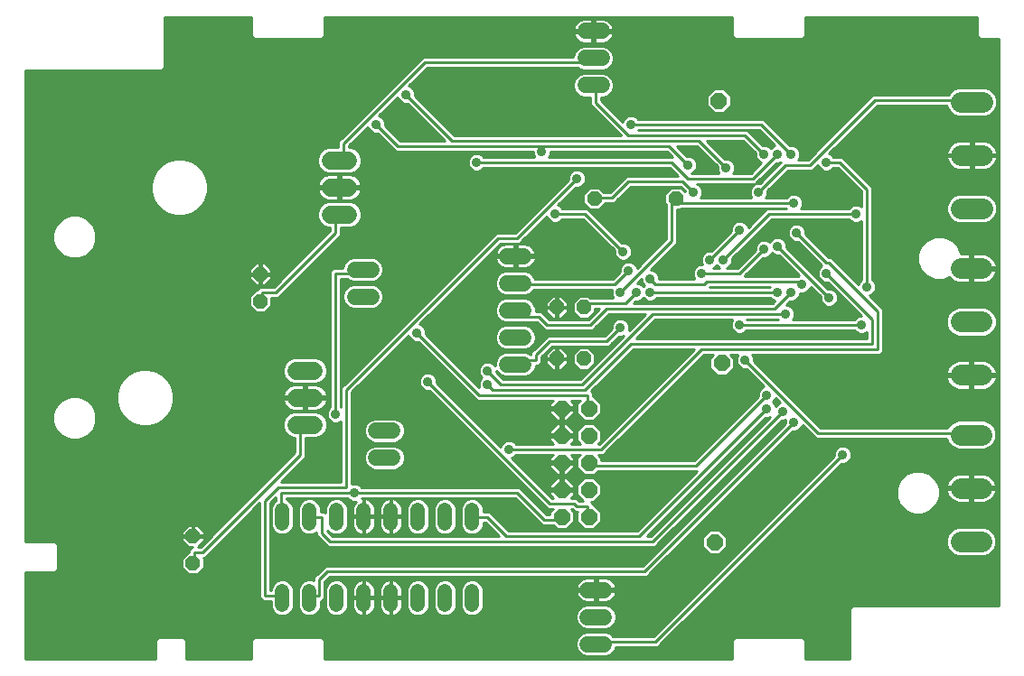
<source format=gbl>
G75*
G70*
%OFA0B0*%
%FSLAX24Y24*%
%IPPOS*%
%LPD*%
%AMOC8*
5,1,8,0,0,1.08239X$1,22.5*
%
%ADD10C,0.0520*%
%ADD11C,0.0660*%
%ADD12OC8,0.0600*%
%ADD13OC8,0.0520*%
%ADD14C,0.0600*%
%ADD15C,0.0780*%
%ADD16C,0.0100*%
%ADD17C,0.0357*%
D10*
X009785Y002466D02*
X009785Y002986D01*
X010785Y002986D02*
X010785Y002466D01*
X011785Y002466D02*
X011785Y002986D01*
X012785Y002986D02*
X012785Y002466D01*
X013785Y002466D02*
X013785Y002986D01*
X014785Y002986D02*
X014785Y002466D01*
X015785Y002466D02*
X015785Y002986D01*
X016785Y002986D02*
X016785Y002466D01*
X016785Y005466D02*
X016785Y005986D01*
X015785Y005986D02*
X015785Y005466D01*
X014785Y005466D02*
X014785Y005986D01*
X013785Y005986D02*
X013785Y005466D01*
X012785Y005466D02*
X012785Y005986D01*
X011785Y005986D02*
X011785Y005466D01*
X010785Y005466D02*
X010785Y005986D01*
X009785Y005986D02*
X009785Y005466D01*
D11*
X010289Y009119D02*
X010949Y009119D01*
X010949Y010119D02*
X010289Y010119D01*
X010289Y011119D02*
X010949Y011119D01*
X011556Y016882D02*
X012216Y016882D01*
X012216Y017882D02*
X011556Y017882D01*
X011556Y018882D02*
X012216Y018882D01*
D12*
X025877Y021077D03*
X025997Y011399D03*
X021096Y009710D03*
X020096Y009710D03*
X020096Y008710D03*
X021096Y008710D03*
X021096Y007710D03*
X020096Y007710D03*
X020096Y006710D03*
X021096Y006710D03*
X021096Y005710D03*
X020096Y005710D03*
X025724Y004778D03*
D13*
X020911Y011555D03*
X019911Y011555D03*
X019911Y013455D03*
X020911Y013455D03*
X021292Y017476D03*
X024292Y017476D03*
X008966Y014679D03*
X008966Y013679D03*
X006486Y005009D03*
X006486Y004009D03*
D14*
X013253Y007903D02*
X013853Y007903D01*
X013853Y008903D02*
X013253Y008903D01*
X018072Y011340D02*
X018672Y011340D01*
X018672Y012340D02*
X018072Y012340D01*
X018072Y013340D02*
X018672Y013340D01*
X018672Y014340D02*
X018072Y014340D01*
X018072Y015340D02*
X018672Y015340D01*
X013065Y014852D02*
X012465Y014852D01*
X012465Y013852D02*
X013065Y013852D01*
X020964Y021662D02*
X021564Y021662D01*
X021564Y022662D02*
X020964Y022662D01*
X020964Y023662D02*
X021564Y023662D01*
X021646Y003017D02*
X021046Y003017D01*
X021046Y002017D02*
X021646Y002017D01*
X021646Y001017D02*
X021046Y001017D01*
D15*
X034796Y004810D02*
X035576Y004810D01*
X035576Y006780D02*
X034796Y006780D01*
X034796Y008750D02*
X035576Y008750D01*
X035586Y010955D02*
X034806Y010955D01*
X034806Y012925D02*
X035586Y012925D01*
X035586Y014895D02*
X034806Y014895D01*
X034817Y017101D02*
X035597Y017101D01*
X035597Y019071D02*
X034817Y019071D01*
X034817Y021041D02*
X035597Y021041D01*
D16*
X000321Y003686D02*
X000321Y000482D01*
X005099Y000482D01*
X005099Y001029D01*
X005099Y001170D01*
X005199Y001270D01*
X005986Y001270D01*
X006127Y001270D01*
X006227Y001170D01*
X006227Y000482D01*
X008643Y000482D01*
X008643Y001029D01*
X008643Y001170D01*
X008742Y001270D01*
X011104Y001270D01*
X011245Y001270D01*
X011345Y001170D01*
X011345Y000482D01*
X026359Y000482D01*
X026359Y001029D01*
X026359Y001170D01*
X026459Y001270D01*
X028821Y001270D01*
X028962Y001270D01*
X029061Y001170D01*
X029061Y000482D01*
X030690Y000482D01*
X030690Y002211D01*
X030690Y002351D01*
X030789Y002451D01*
X036202Y002451D01*
X036202Y023371D01*
X035514Y023371D01*
X035414Y023470D01*
X035414Y023611D01*
X035414Y024158D01*
X029061Y024158D01*
X029061Y023470D01*
X035414Y023470D01*
X035414Y023569D02*
X029061Y023569D01*
X029061Y023667D02*
X035414Y023667D01*
X035414Y023766D02*
X029061Y023766D01*
X029061Y023864D02*
X035414Y023864D01*
X035414Y023963D02*
X029061Y023963D01*
X029061Y024061D02*
X035414Y024061D01*
X035513Y023372D02*
X028963Y023372D01*
X028962Y023371D02*
X029061Y023470D01*
X028962Y023371D02*
X028821Y023371D01*
X026459Y023371D01*
X026359Y023470D01*
X021971Y023470D01*
X021945Y023407D02*
X022014Y023573D01*
X022014Y023612D01*
X021314Y023612D01*
X021314Y023712D01*
X022014Y023712D01*
X022014Y023752D01*
X021945Y023917D01*
X021819Y024044D01*
X021653Y024112D01*
X021314Y024112D01*
X021314Y023713D01*
X021214Y023713D01*
X021214Y024112D01*
X020874Y024112D01*
X020709Y024044D01*
X020582Y023917D01*
X020514Y023752D01*
X020514Y023712D01*
X021213Y023712D01*
X021213Y023612D01*
X020514Y023612D01*
X020514Y023573D01*
X020582Y023407D01*
X020709Y023281D01*
X020874Y023212D01*
X021214Y023212D01*
X021214Y023612D01*
X021314Y023612D01*
X021314Y023212D01*
X021653Y023212D01*
X021819Y023281D01*
X021945Y023407D01*
X021909Y023372D02*
X026458Y023372D01*
X026359Y023470D02*
X026359Y023611D01*
X026359Y024158D01*
X011345Y024158D01*
X011345Y023470D01*
X011245Y023371D01*
X011104Y023371D01*
X008742Y023371D01*
X008643Y023470D01*
X005439Y023470D01*
X005439Y023372D02*
X008741Y023372D01*
X008643Y023470D02*
X008643Y023611D01*
X008643Y024158D01*
X005439Y024158D01*
X005439Y022289D01*
X005340Y022190D01*
X005199Y022190D01*
X000321Y022190D01*
X000321Y004813D01*
X001403Y004813D01*
X001502Y004714D01*
X001502Y004573D01*
X001502Y003785D01*
X001403Y003686D01*
X001262Y003686D01*
X000321Y003686D01*
X000321Y003663D02*
X006252Y003663D01*
X006316Y003599D02*
X006656Y003599D01*
X006896Y003839D01*
X006896Y004179D01*
X006862Y004212D01*
X006934Y004212D01*
X008951Y006230D01*
X008951Y002895D01*
X008951Y002730D01*
X009068Y002612D01*
X009375Y002612D01*
X009375Y002384D01*
X009437Y002234D01*
X009553Y002118D01*
X009703Y002056D01*
X009867Y002056D01*
X010017Y002118D01*
X010133Y002234D01*
X010195Y002384D01*
X010195Y003067D01*
X010133Y003218D01*
X010017Y003333D01*
X009867Y003396D01*
X009703Y003396D01*
X009553Y003333D01*
X009437Y003218D01*
X009375Y003067D01*
X009375Y003012D01*
X009351Y003012D01*
X009351Y006230D01*
X009551Y006430D01*
X009551Y006332D01*
X009437Y006218D01*
X009375Y006067D01*
X009375Y005384D01*
X009437Y005234D01*
X009553Y005118D01*
X009703Y005056D01*
X009867Y005056D01*
X010017Y005118D01*
X010133Y005234D01*
X010195Y005384D01*
X010195Y006067D01*
X010133Y006218D01*
X010017Y006333D01*
X009951Y006361D01*
X009951Y006412D01*
X012187Y006412D01*
X012265Y006334D01*
X012386Y006284D01*
X012503Y006284D01*
X012437Y006218D01*
X012375Y006067D01*
X012375Y005756D01*
X012755Y005756D01*
X012755Y006396D01*
X012703Y006396D01*
X012696Y006393D01*
X012716Y006412D01*
X018368Y006412D01*
X019251Y005530D01*
X019368Y005412D01*
X019757Y005412D01*
X019910Y005260D01*
X020282Y005260D01*
X020546Y005524D01*
X020546Y005896D01*
X020430Y006012D01*
X020468Y006012D01*
X020568Y005912D01*
X020662Y005912D01*
X020646Y005896D01*
X020646Y005524D01*
X020910Y005260D01*
X021282Y005260D01*
X021546Y005524D01*
X021546Y005896D01*
X021282Y006160D01*
X021251Y006160D01*
X021251Y006195D01*
X021186Y006260D01*
X021282Y006260D01*
X021546Y006524D01*
X021546Y006896D01*
X021282Y007160D01*
X020910Y007160D01*
X020646Y006896D01*
X020646Y006524D01*
X020857Y006312D01*
X020734Y006312D01*
X020634Y006412D01*
X020435Y006412D01*
X020546Y006524D01*
X020546Y006660D01*
X020146Y006660D01*
X020146Y006760D01*
X020046Y006760D01*
X020046Y006660D01*
X019646Y006660D01*
X019646Y006524D01*
X019757Y006412D01*
X019734Y006412D01*
X018249Y007897D01*
X018337Y007934D01*
X018416Y008012D01*
X019762Y008012D01*
X019646Y007896D01*
X019646Y007760D01*
X020046Y007760D01*
X020046Y007660D01*
X020146Y007660D01*
X020146Y007260D01*
X020282Y007260D01*
X020546Y007524D01*
X020546Y007660D01*
X020146Y007660D01*
X020146Y007760D01*
X020546Y007760D01*
X020546Y007896D01*
X020430Y008012D01*
X020762Y008012D01*
X020646Y007896D01*
X020646Y007524D01*
X020910Y007260D01*
X021282Y007260D01*
X021435Y007412D01*
X025068Y007412D01*
X022868Y005212D01*
X018134Y005212D01*
X017434Y005912D01*
X017268Y005912D01*
X017195Y005912D01*
X017195Y006067D01*
X017133Y006218D01*
X017017Y006333D01*
X016867Y006396D01*
X016703Y006396D01*
X016553Y006333D01*
X016437Y006218D01*
X016375Y006067D01*
X016375Y005384D01*
X016437Y005234D01*
X016553Y005118D01*
X016703Y005056D01*
X016867Y005056D01*
X017017Y005118D01*
X017133Y005234D01*
X017195Y005384D01*
X017195Y005512D01*
X017268Y005512D01*
X017768Y005012D01*
X011634Y005012D01*
X011451Y005195D01*
X011451Y005220D01*
X011553Y005118D01*
X011703Y005056D01*
X011867Y005056D01*
X012017Y005118D01*
X012133Y005234D01*
X012195Y005384D01*
X012195Y006067D01*
X012133Y006218D01*
X012017Y006333D01*
X011867Y006396D01*
X011703Y006396D01*
X011553Y006333D01*
X011437Y006218D01*
X011375Y006067D01*
X011375Y005871D01*
X011334Y005912D01*
X011195Y005912D01*
X011195Y006067D01*
X011133Y006218D01*
X011017Y006333D01*
X010867Y006396D01*
X010703Y006396D01*
X010553Y006333D01*
X010437Y006218D01*
X010375Y006067D01*
X010375Y005384D01*
X010437Y005234D01*
X010553Y005118D01*
X010703Y005056D01*
X010867Y005056D01*
X011017Y005118D01*
X011051Y005152D01*
X011051Y005030D01*
X011468Y004612D01*
X011634Y004612D01*
X023534Y004612D01*
X023651Y004730D01*
X028206Y009284D01*
X028316Y009284D01*
X028327Y009288D01*
X028323Y009278D01*
X028323Y009167D01*
X023068Y003912D01*
X011534Y003912D01*
X011368Y003912D01*
X011068Y003612D01*
X010951Y003495D01*
X010951Y003361D01*
X010867Y003396D01*
X010703Y003396D01*
X010553Y003333D01*
X010437Y003218D01*
X010375Y003067D01*
X010375Y002384D01*
X010437Y002234D01*
X010553Y002118D01*
X010703Y002056D01*
X010867Y002056D01*
X011017Y002118D01*
X011133Y002234D01*
X011195Y002384D01*
X011195Y002612D01*
X011234Y002612D01*
X011351Y002730D01*
X011351Y002895D01*
X011351Y003330D01*
X011534Y003512D01*
X023234Y003512D01*
X023351Y003630D01*
X028606Y008884D01*
X028716Y008884D01*
X028837Y008934D01*
X028930Y009026D01*
X028966Y009115D01*
X029351Y008730D01*
X029468Y008612D01*
X034268Y008612D01*
X034338Y008444D01*
X034490Y008292D01*
X034688Y008210D01*
X035683Y008210D01*
X035881Y008292D01*
X036033Y008444D01*
X036115Y008642D01*
X036115Y008857D01*
X036033Y009055D01*
X035881Y009207D01*
X035683Y009289D01*
X034688Y009289D01*
X034490Y009207D01*
X034338Y009055D01*
X034320Y009012D01*
X029634Y009012D01*
X027180Y011467D01*
X027180Y011578D01*
X027130Y011698D01*
X027116Y011712D01*
X031834Y011712D01*
X031951Y011830D01*
X031951Y011995D01*
X031951Y013395D01*
X031834Y013512D01*
X031449Y013897D01*
X031537Y013934D01*
X031630Y014026D01*
X031680Y014147D01*
X031680Y014278D01*
X031630Y014398D01*
X031551Y014477D01*
X031551Y017895D01*
X031434Y018012D01*
X030434Y019012D01*
X030268Y019012D01*
X030116Y019012D01*
X030037Y019091D01*
X029949Y019127D01*
X031734Y020912D01*
X034286Y020912D01*
X034359Y020735D01*
X034511Y020583D01*
X034709Y020501D01*
X035704Y020501D01*
X035903Y020583D01*
X036055Y020735D01*
X036137Y020933D01*
X036137Y021148D01*
X036055Y021346D01*
X035903Y021498D01*
X035704Y021581D01*
X034709Y021581D01*
X034511Y021498D01*
X034359Y021346D01*
X034345Y021312D01*
X031568Y021312D01*
X031451Y021195D01*
X029168Y018912D01*
X028816Y018912D01*
X028830Y018926D01*
X028880Y019047D01*
X028880Y019178D01*
X028830Y019298D01*
X028737Y019391D01*
X028616Y019441D01*
X028506Y019441D01*
X027651Y020295D01*
X027534Y020412D01*
X022916Y020412D01*
X022837Y020491D01*
X022716Y020541D01*
X022586Y020541D01*
X022465Y020491D01*
X022373Y020398D01*
X022336Y020310D01*
X021551Y021095D01*
X021551Y021212D01*
X021653Y021212D01*
X021819Y021281D01*
X021945Y021407D01*
X022014Y021573D01*
X022014Y021752D01*
X021945Y021917D01*
X021819Y022044D01*
X021653Y022112D01*
X020874Y022112D01*
X020709Y022044D01*
X020582Y021917D01*
X020514Y021752D01*
X020514Y021573D01*
X020582Y021407D01*
X020709Y021281D01*
X020874Y021212D01*
X021151Y021212D01*
X021151Y020930D01*
X021268Y020812D01*
X022268Y019812D01*
X016134Y019812D01*
X014680Y021267D01*
X014680Y021378D01*
X014630Y021498D01*
X014537Y021591D01*
X014449Y021627D01*
X015134Y022312D01*
X020677Y022312D01*
X020709Y022281D01*
X020874Y022212D01*
X021653Y022212D01*
X021819Y022281D01*
X021945Y022407D01*
X022014Y022573D01*
X022014Y022752D01*
X021945Y022917D01*
X021819Y023044D01*
X021653Y023112D01*
X020874Y023112D01*
X020709Y023044D01*
X020582Y022917D01*
X020514Y022752D01*
X020514Y022712D01*
X015134Y022712D01*
X014968Y022712D01*
X011968Y019712D01*
X011851Y019595D01*
X011851Y019362D01*
X011460Y019362D01*
X011284Y019289D01*
X011149Y019154D01*
X011076Y018978D01*
X011076Y018787D01*
X011149Y018610D01*
X011284Y018475D01*
X011460Y018402D01*
X012311Y018402D01*
X012488Y018475D01*
X012623Y018610D01*
X012696Y018787D01*
X012696Y018978D01*
X012623Y019154D01*
X012488Y019289D01*
X012311Y019362D01*
X012251Y019362D01*
X012251Y019430D01*
X013751Y019430D01*
X013652Y019528D02*
X012350Y019528D01*
X012251Y019430D02*
X012936Y020115D01*
X012973Y020026D01*
X013065Y019934D01*
X013186Y019884D01*
X013297Y019884D01*
X013968Y019212D01*
X014134Y019212D01*
X019023Y019212D01*
X019023Y019147D01*
X019073Y019026D01*
X019087Y019012D01*
X017216Y019012D01*
X017137Y019091D01*
X017016Y019141D01*
X016886Y019141D01*
X016765Y019091D01*
X016673Y018998D01*
X016623Y018878D01*
X016623Y018747D01*
X016673Y018626D01*
X016765Y018534D01*
X016886Y018484D01*
X017016Y018484D01*
X017137Y018534D01*
X017216Y018612D01*
X024068Y018612D01*
X024368Y018312D01*
X022634Y018312D01*
X022468Y018312D01*
X021868Y017712D01*
X021636Y017712D01*
X021462Y017886D01*
X021122Y017886D01*
X020882Y017646D01*
X020882Y017306D01*
X021122Y017066D01*
X021462Y017066D01*
X021702Y017306D01*
X021702Y017312D01*
X022034Y017312D01*
X022151Y017430D01*
X022634Y017912D01*
X024468Y017912D01*
X024623Y017758D01*
X024623Y017725D01*
X024462Y017886D01*
X024122Y017886D01*
X023882Y017646D01*
X023882Y017306D01*
X023951Y017237D01*
X023951Y017230D01*
X023951Y015995D01*
X022866Y014910D01*
X022830Y014998D01*
X022737Y015091D01*
X022616Y015141D01*
X022486Y015141D01*
X022365Y015091D01*
X022273Y014998D01*
X022223Y014878D01*
X022223Y014767D01*
X021968Y014512D01*
X019088Y014512D01*
X019054Y014595D01*
X018927Y014721D01*
X018762Y014790D01*
X017983Y014790D01*
X017817Y014721D01*
X017691Y014595D01*
X017622Y014429D01*
X017622Y014250D01*
X017691Y014085D01*
X017817Y013958D01*
X017983Y013890D01*
X018762Y013890D01*
X018927Y013958D01*
X019054Y014085D01*
X019065Y014112D01*
X021937Y014112D01*
X021923Y014078D01*
X021923Y013947D01*
X021973Y013826D01*
X021987Y013812D01*
X021133Y013812D01*
X021081Y013865D01*
X020741Y013865D01*
X020501Y013625D01*
X020501Y013285D01*
X020741Y013045D01*
X021081Y013045D01*
X021321Y013285D01*
X021321Y013412D01*
X021468Y013412D01*
X021068Y013012D01*
X019634Y013012D01*
X019451Y013195D01*
X019334Y013312D01*
X019122Y013312D01*
X019122Y013429D01*
X019054Y013595D01*
X018927Y013721D01*
X018762Y013790D01*
X017983Y013790D01*
X017817Y013721D01*
X017691Y013595D01*
X017622Y013429D01*
X017622Y013250D01*
X017691Y013085D01*
X017817Y012958D01*
X017983Y012890D01*
X018762Y012890D01*
X018816Y012912D01*
X019168Y012912D01*
X019468Y012612D01*
X019634Y012612D01*
X021234Y012612D01*
X021351Y012730D01*
X021834Y013212D01*
X023168Y013212D01*
X022563Y012607D01*
X022580Y012647D01*
X022580Y012778D01*
X022530Y012898D01*
X022437Y012991D01*
X022316Y013041D01*
X022186Y013041D01*
X022065Y012991D01*
X021973Y012898D01*
X021923Y012778D01*
X021923Y012667D01*
X021668Y012412D01*
X019734Y012412D01*
X019568Y012412D01*
X019068Y011912D01*
X018951Y011795D01*
X018951Y011712D01*
X018936Y011712D01*
X018927Y011721D01*
X018762Y011790D01*
X017983Y011790D01*
X017817Y011721D01*
X017691Y011595D01*
X017622Y011429D01*
X017622Y011306D01*
X017537Y011391D01*
X017416Y011441D01*
X017286Y011441D01*
X017165Y011391D01*
X017073Y011298D01*
X017023Y011178D01*
X017023Y011047D01*
X017073Y010926D01*
X017137Y010862D01*
X017073Y010798D01*
X017023Y010678D01*
X017023Y010547D01*
X017039Y010507D01*
X015080Y012467D01*
X015080Y012578D01*
X015030Y012698D01*
X014937Y012791D01*
X014849Y012827D01*
X017834Y015812D01*
X018534Y015812D01*
X018651Y015930D01*
X019536Y016815D01*
X019573Y016726D01*
X019665Y016634D01*
X019786Y016584D01*
X019916Y016584D01*
X020037Y016634D01*
X020116Y016712D01*
X020868Y016712D01*
X022023Y015558D01*
X022023Y015447D01*
X022073Y015326D01*
X022165Y015234D01*
X022286Y015184D01*
X022416Y015184D01*
X022537Y015234D01*
X022630Y015326D01*
X022680Y015447D01*
X022680Y015578D01*
X022630Y015698D01*
X022537Y015791D01*
X022416Y015841D01*
X022306Y015841D01*
X021151Y016995D01*
X021034Y017112D01*
X020116Y017112D01*
X020037Y017191D01*
X019949Y017227D01*
X020606Y017884D01*
X020716Y017884D01*
X020837Y017934D01*
X020930Y018026D01*
X020980Y018147D01*
X020980Y018278D01*
X020930Y018398D01*
X020837Y018491D01*
X020716Y018541D01*
X020586Y018541D01*
X020465Y018491D01*
X020373Y018398D01*
X020323Y018278D01*
X020323Y018167D01*
X018368Y016212D01*
X017834Y016212D01*
X017668Y016212D01*
X012068Y010612D01*
X011951Y010495D01*
X011951Y009777D01*
X011951Y014512D01*
X012168Y014512D01*
X012210Y014470D01*
X012376Y014402D01*
X013155Y014402D01*
X013320Y014470D01*
X013447Y014597D01*
X013515Y014762D01*
X013515Y014941D01*
X013447Y015107D01*
X013320Y015233D01*
X013155Y015302D01*
X012376Y015302D01*
X012210Y015233D01*
X012084Y015107D01*
X012015Y014941D01*
X012015Y014912D01*
X011668Y014912D01*
X011551Y014795D01*
X011551Y014630D01*
X011551Y009777D01*
X011473Y009698D01*
X011423Y009578D01*
X011423Y009447D01*
X011473Y009326D01*
X011565Y009234D01*
X011686Y009184D01*
X011816Y009184D01*
X011937Y009234D01*
X011951Y009248D01*
X011951Y007012D01*
X009734Y007012D01*
X010534Y007812D01*
X010651Y007930D01*
X010651Y008639D01*
X011044Y008639D01*
X011220Y008712D01*
X011355Y008847D01*
X011429Y009023D01*
X011429Y009214D01*
X011355Y009391D01*
X011220Y009526D01*
X011044Y009599D01*
X010193Y009599D01*
X010017Y009526D01*
X009882Y009391D01*
X009809Y009214D01*
X009809Y009023D01*
X009882Y008847D01*
X010017Y008712D01*
X010193Y008639D01*
X010251Y008639D01*
X010251Y008095D01*
X006768Y004612D01*
X006669Y004612D01*
X006896Y004839D01*
X006896Y004979D01*
X006516Y004979D01*
X006516Y005039D01*
X006896Y005039D01*
X006896Y005179D01*
X006656Y005419D01*
X006516Y005419D01*
X006516Y005040D01*
X006456Y005040D01*
X006456Y005419D01*
X006316Y005419D01*
X006076Y005179D01*
X006076Y005039D01*
X006456Y005039D01*
X006456Y004979D01*
X006076Y004979D01*
X006076Y004839D01*
X006316Y004599D01*
X006455Y004599D01*
X006351Y004495D01*
X006351Y004419D01*
X006316Y004419D01*
X006076Y004179D01*
X006076Y003839D01*
X006316Y003599D01*
X006154Y003761D02*
X001478Y003761D01*
X001502Y003860D02*
X006076Y003860D01*
X006076Y003959D02*
X001502Y003959D01*
X001502Y004057D02*
X006076Y004057D01*
X006076Y004156D02*
X001502Y004156D01*
X001502Y004254D02*
X006151Y004254D01*
X006249Y004353D02*
X001502Y004353D01*
X001502Y004451D02*
X006351Y004451D01*
X006406Y004550D02*
X001502Y004550D01*
X001502Y004648D02*
X006267Y004648D01*
X006168Y004747D02*
X001469Y004747D01*
X000321Y004845D02*
X006076Y004845D01*
X006076Y004944D02*
X000321Y004944D01*
X000321Y005043D02*
X006076Y005043D01*
X006076Y005141D02*
X000321Y005141D01*
X000321Y005240D02*
X006136Y005240D01*
X006235Y005338D02*
X000321Y005338D01*
X000321Y005437D02*
X007593Y005437D01*
X007691Y005535D02*
X000321Y005535D01*
X000321Y005634D02*
X007790Y005634D01*
X007888Y005732D02*
X000321Y005732D01*
X000321Y005831D02*
X007987Y005831D01*
X008085Y005929D02*
X000321Y005929D01*
X000321Y006028D02*
X008184Y006028D01*
X008282Y006126D02*
X000321Y006126D01*
X000321Y006225D02*
X008381Y006225D01*
X008479Y006324D02*
X000321Y006324D01*
X000321Y006422D02*
X008578Y006422D01*
X008677Y006521D02*
X000321Y006521D01*
X000321Y006619D02*
X008775Y006619D01*
X008874Y006718D02*
X000321Y006718D01*
X000321Y006816D02*
X008972Y006816D01*
X009071Y006915D02*
X000321Y006915D01*
X000321Y007013D02*
X009169Y007013D01*
X009268Y007112D02*
X000321Y007112D01*
X000321Y007210D02*
X009366Y007210D01*
X009465Y007309D02*
X000321Y007309D01*
X000321Y007408D02*
X009563Y007408D01*
X009662Y007506D02*
X000321Y007506D01*
X000321Y007605D02*
X009761Y007605D01*
X009859Y007703D02*
X000321Y007703D01*
X000321Y007802D02*
X009958Y007802D01*
X010056Y007900D02*
X000321Y007900D01*
X000321Y007999D02*
X010155Y007999D01*
X010251Y008097D02*
X000321Y008097D01*
X000321Y008196D02*
X010251Y008196D01*
X010251Y008294D02*
X000321Y008294D01*
X000321Y008393D02*
X010251Y008393D01*
X010251Y008492D02*
X000321Y008492D01*
X000321Y008590D02*
X001906Y008590D01*
X001961Y008568D02*
X002279Y008568D01*
X002573Y008689D01*
X002798Y008914D01*
X002920Y009208D01*
X002920Y009527D01*
X002798Y009821D01*
X002573Y010046D01*
X002279Y010167D01*
X001961Y010167D01*
X001667Y010046D01*
X001442Y009821D01*
X001320Y009527D01*
X001320Y009208D01*
X001442Y008914D01*
X001667Y008689D01*
X001961Y008568D01*
X001668Y008689D02*
X000321Y008689D01*
X000321Y008787D02*
X001569Y008787D01*
X001470Y008886D02*
X000321Y008886D01*
X000321Y008984D02*
X001413Y008984D01*
X001372Y009083D02*
X000321Y009083D01*
X000321Y009181D02*
X001331Y009181D01*
X001320Y009280D02*
X000321Y009280D01*
X000321Y009378D02*
X001320Y009378D01*
X001320Y009477D02*
X000321Y009477D01*
X000321Y009576D02*
X001340Y009576D01*
X001381Y009674D02*
X000321Y009674D01*
X000321Y009773D02*
X001422Y009773D01*
X001492Y009871D02*
X000321Y009871D01*
X000321Y009970D02*
X001591Y009970D01*
X001721Y010068D02*
X000321Y010068D01*
X000321Y010167D02*
X001959Y010167D01*
X002280Y010167D02*
X003669Y010167D01*
X003669Y010257D02*
X003669Y009980D01*
X003740Y009713D01*
X003878Y009474D01*
X004074Y009279D01*
X004313Y009140D01*
X004580Y009069D01*
X004857Y009069D01*
X005124Y009140D01*
X005363Y009279D01*
X005559Y009474D01*
X005697Y009713D01*
X005769Y009980D01*
X005769Y010257D01*
X005697Y010524D01*
X005559Y010763D01*
X005363Y010959D01*
X005124Y011097D01*
X004857Y011169D01*
X004580Y011169D01*
X004313Y011097D01*
X004074Y010959D01*
X003878Y010763D01*
X003740Y010524D01*
X003669Y010257D01*
X003671Y010265D02*
X000321Y010265D01*
X000321Y010364D02*
X003697Y010364D01*
X003724Y010462D02*
X000321Y010462D01*
X000321Y010561D02*
X003761Y010561D01*
X003818Y010659D02*
X000321Y010659D01*
X000321Y010758D02*
X003875Y010758D01*
X003971Y010857D02*
X000321Y010857D01*
X000321Y010955D02*
X004070Y010955D01*
X004238Y011054D02*
X000321Y011054D01*
X000321Y011152D02*
X004519Y011152D01*
X004918Y011152D02*
X009809Y011152D01*
X009809Y011214D02*
X009809Y011023D01*
X009882Y010847D01*
X010017Y010712D01*
X010193Y010639D01*
X011044Y010639D01*
X011220Y010712D01*
X011355Y010847D01*
X011429Y011023D01*
X011429Y011214D01*
X011355Y011391D01*
X011220Y011526D01*
X011044Y011599D01*
X010193Y011599D01*
X010017Y011526D01*
X009882Y011391D01*
X009809Y011214D01*
X009824Y011251D02*
X000321Y011251D01*
X000321Y011349D02*
X009865Y011349D01*
X009939Y011448D02*
X000321Y011448D01*
X000321Y011546D02*
X010067Y011546D01*
X009809Y011054D02*
X005199Y011054D01*
X005367Y010955D02*
X009837Y010955D01*
X009878Y010857D02*
X005466Y010857D01*
X005562Y010758D02*
X009970Y010758D01*
X010143Y010659D02*
X005619Y010659D01*
X005676Y010561D02*
X010102Y010561D01*
X010017Y010526D02*
X010193Y010599D01*
X010569Y010599D01*
X010569Y010169D01*
X010669Y010169D01*
X011429Y010169D01*
X011429Y010214D01*
X011355Y010391D01*
X011220Y010526D01*
X011044Y010599D01*
X010669Y010599D01*
X010669Y010169D01*
X010669Y010069D01*
X011429Y010069D01*
X011429Y010023D01*
X011355Y009847D01*
X011220Y009712D01*
X011044Y009639D01*
X010669Y009639D01*
X010669Y010069D01*
X010569Y010069D01*
X010569Y009639D01*
X010193Y009639D01*
X010017Y009712D01*
X009882Y009847D01*
X009809Y010023D01*
X009809Y010069D01*
X010568Y010069D01*
X010568Y010169D01*
X009809Y010169D01*
X009809Y010214D01*
X009882Y010391D01*
X010017Y010526D01*
X009953Y010462D02*
X005714Y010462D01*
X005740Y010364D02*
X009871Y010364D01*
X009830Y010265D02*
X005766Y010265D01*
X005769Y010167D02*
X010568Y010167D01*
X010569Y010265D02*
X010669Y010265D01*
X010669Y010167D02*
X011551Y010167D01*
X011551Y010265D02*
X011407Y010265D01*
X011367Y010364D02*
X011551Y010364D01*
X011551Y010462D02*
X011284Y010462D01*
X011135Y010561D02*
X011551Y010561D01*
X011551Y010659D02*
X011094Y010659D01*
X011267Y010758D02*
X011551Y010758D01*
X011551Y010857D02*
X011359Y010857D01*
X011400Y010955D02*
X011551Y010955D01*
X011551Y011054D02*
X011429Y011054D01*
X011429Y011152D02*
X011551Y011152D01*
X011551Y011251D02*
X011413Y011251D01*
X011373Y011349D02*
X011551Y011349D01*
X011551Y011448D02*
X011298Y011448D01*
X011170Y011546D02*
X011551Y011546D01*
X011551Y011645D02*
X000321Y011645D01*
X000321Y011743D02*
X011551Y011743D01*
X011551Y011842D02*
X000321Y011842D01*
X000321Y011941D02*
X011551Y011941D01*
X011551Y012039D02*
X000321Y012039D01*
X000321Y012138D02*
X011551Y012138D01*
X011551Y012236D02*
X000321Y012236D01*
X000321Y012335D02*
X011551Y012335D01*
X011551Y012433D02*
X000321Y012433D01*
X000321Y012532D02*
X011551Y012532D01*
X011551Y012630D02*
X000321Y012630D01*
X000321Y012729D02*
X011551Y012729D01*
X011551Y012827D02*
X000321Y012827D01*
X000321Y012926D02*
X011551Y012926D01*
X011551Y013025D02*
X000321Y013025D01*
X000321Y013123D02*
X011551Y013123D01*
X011551Y013222D02*
X000321Y013222D01*
X000321Y013320D02*
X008745Y013320D01*
X008796Y013269D02*
X009136Y013269D01*
X009376Y013509D01*
X009376Y013812D01*
X009468Y013812D01*
X009634Y013812D01*
X011834Y016012D01*
X011951Y016130D01*
X011951Y016402D01*
X012311Y016402D01*
X012488Y016475D01*
X012623Y016610D01*
X012696Y016787D01*
X012696Y016978D01*
X012623Y017154D01*
X012488Y017289D01*
X012311Y017362D01*
X011460Y017362D01*
X011284Y017289D01*
X011149Y017154D01*
X011076Y016978D01*
X011076Y016787D01*
X011149Y016610D01*
X011284Y016475D01*
X011460Y016402D01*
X011551Y016402D01*
X011551Y016295D01*
X009468Y014212D01*
X008968Y014212D01*
X008851Y014095D01*
X008851Y014089D01*
X008796Y014089D01*
X008556Y013848D01*
X008556Y013509D01*
X008796Y013269D01*
X008646Y013419D02*
X000321Y013419D01*
X000321Y013517D02*
X008556Y013517D01*
X008556Y013616D02*
X000321Y013616D01*
X000321Y013714D02*
X008556Y013714D01*
X008556Y013813D02*
X000321Y013813D01*
X000321Y013911D02*
X008619Y013911D01*
X008718Y014010D02*
X000321Y014010D01*
X000321Y014109D02*
X008864Y014109D01*
X008963Y014207D02*
X000321Y014207D01*
X000321Y014306D02*
X008759Y014306D01*
X008796Y014269D02*
X008556Y014509D01*
X008556Y014649D01*
X008936Y014649D01*
X008936Y014709D01*
X008936Y015089D01*
X008796Y015089D01*
X008556Y014848D01*
X008556Y014709D01*
X008936Y014709D01*
X008996Y014709D01*
X008996Y015089D01*
X009136Y015089D01*
X009376Y014848D01*
X009376Y014709D01*
X008996Y014709D01*
X008996Y014649D01*
X009376Y014649D01*
X009376Y014509D01*
X009136Y014269D01*
X008996Y014269D01*
X008996Y014648D01*
X008936Y014648D01*
X008936Y014269D01*
X008796Y014269D01*
X008936Y014306D02*
X008996Y014306D01*
X008996Y014404D02*
X008936Y014404D01*
X008936Y014503D02*
X008996Y014503D01*
X008996Y014601D02*
X008936Y014601D01*
X008936Y014700D02*
X000321Y014700D01*
X000321Y014798D02*
X008556Y014798D01*
X008605Y014897D02*
X000321Y014897D01*
X000321Y014995D02*
X008703Y014995D01*
X008936Y014995D02*
X008996Y014995D01*
X008996Y014897D02*
X008936Y014897D01*
X008936Y014798D02*
X008996Y014798D01*
X008996Y014700D02*
X009956Y014700D01*
X010054Y014798D02*
X009376Y014798D01*
X009328Y014897D02*
X010153Y014897D01*
X010251Y014995D02*
X009229Y014995D01*
X009376Y014601D02*
X009857Y014601D01*
X009759Y014503D02*
X009370Y014503D01*
X009271Y014404D02*
X009660Y014404D01*
X009561Y014306D02*
X009173Y014306D01*
X009051Y014012D02*
X009551Y014012D01*
X011751Y016212D01*
X011751Y016812D01*
X011851Y016812D01*
X011886Y016882D01*
X012484Y016474D02*
X018629Y016474D01*
X018728Y016572D02*
X012585Y016572D01*
X012648Y016671D02*
X018827Y016671D01*
X018925Y016769D02*
X012689Y016769D01*
X012696Y016868D02*
X019024Y016868D01*
X019122Y016966D02*
X012696Y016966D01*
X012660Y017065D02*
X019221Y017065D01*
X019319Y017163D02*
X012613Y017163D01*
X012515Y017262D02*
X019418Y017262D01*
X019516Y017360D02*
X012315Y017360D01*
X012311Y017402D02*
X011936Y017402D01*
X011936Y017832D01*
X011936Y017932D01*
X012696Y017932D01*
X012696Y017978D01*
X012623Y018154D01*
X012488Y018289D01*
X012311Y018362D01*
X011936Y018362D01*
X011936Y017932D01*
X011836Y017932D01*
X011836Y018362D01*
X011460Y018362D01*
X011284Y018289D01*
X011149Y018154D01*
X011076Y017978D01*
X011076Y017932D01*
X011836Y017932D01*
X011836Y017832D01*
X011936Y017832D01*
X012696Y017832D01*
X012696Y017787D01*
X012623Y017610D01*
X012488Y017475D01*
X012311Y017402D01*
X012449Y017459D02*
X019615Y017459D01*
X019713Y017558D02*
X012570Y017558D01*
X012642Y017656D02*
X019812Y017656D01*
X019911Y017755D02*
X012683Y017755D01*
X012696Y017952D02*
X020108Y017952D01*
X020206Y018050D02*
X012666Y018050D01*
X012625Y018149D02*
X020305Y018149D01*
X020323Y018247D02*
X012529Y018247D01*
X012350Y018346D02*
X020351Y018346D01*
X020419Y018444D02*
X012414Y018444D01*
X012556Y018543D02*
X016756Y018543D01*
X016666Y018641D02*
X012636Y018641D01*
X012677Y018740D02*
X016626Y018740D01*
X016623Y018839D02*
X012696Y018839D01*
X012696Y018937D02*
X016647Y018937D01*
X016710Y019036D02*
X012672Y019036D01*
X012631Y019134D02*
X016870Y019134D01*
X017032Y019134D02*
X019028Y019134D01*
X019069Y019036D02*
X017192Y019036D01*
X016951Y018812D02*
X024151Y018812D01*
X024751Y018212D01*
X027151Y018212D01*
X028051Y019112D01*
X027806Y019331D02*
X027797Y019331D01*
X027801Y019327D02*
X027737Y019391D01*
X027616Y019441D01*
X027506Y019441D01*
X027051Y019895D01*
X026934Y020012D01*
X022916Y020012D01*
X027368Y020012D01*
X027953Y019427D01*
X027865Y019391D01*
X027801Y019327D01*
X027951Y019430D02*
X027643Y019430D01*
X027754Y019627D02*
X027319Y019627D01*
X027221Y019725D02*
X027655Y019725D01*
X027557Y019824D02*
X027122Y019824D01*
X027024Y019923D02*
X027458Y019923D01*
X027451Y020212D02*
X022651Y020212D01*
X022521Y020514D02*
X022133Y020514D01*
X022231Y020415D02*
X022390Y020415D01*
X022339Y020317D02*
X022330Y020317D01*
X022060Y020021D02*
X015925Y020021D01*
X015827Y020120D02*
X021961Y020120D01*
X021863Y020218D02*
X015728Y020218D01*
X015630Y020317D02*
X021764Y020317D01*
X021665Y020415D02*
X015531Y020415D01*
X015433Y020514D02*
X021567Y020514D01*
X021468Y020612D02*
X015334Y020612D01*
X015236Y020711D02*
X021370Y020711D01*
X021271Y020809D02*
X015137Y020809D01*
X015038Y020908D02*
X021173Y020908D01*
X021151Y021007D02*
X014940Y021007D01*
X014841Y021105D02*
X021151Y021105D01*
X021151Y021204D02*
X014743Y021204D01*
X014680Y021302D02*
X020687Y021302D01*
X020589Y021401D02*
X014670Y021401D01*
X014629Y021499D02*
X020544Y021499D01*
X020514Y021598D02*
X014520Y021598D01*
X014518Y021696D02*
X020514Y021696D01*
X020531Y021795D02*
X014616Y021795D01*
X014715Y021893D02*
X020572Y021893D01*
X020657Y021992D02*
X014814Y021992D01*
X014912Y022091D02*
X020821Y022091D01*
X020702Y022288D02*
X015109Y022288D01*
X015011Y022189D02*
X036202Y022189D01*
X036202Y022091D02*
X021706Y022091D01*
X021870Y021992D02*
X036202Y021992D01*
X036202Y021893D02*
X021955Y021893D01*
X021996Y021795D02*
X036202Y021795D01*
X036202Y021696D02*
X022014Y021696D01*
X022014Y021598D02*
X036202Y021598D01*
X036202Y021499D02*
X035901Y021499D01*
X036000Y021401D02*
X036202Y021401D01*
X036202Y021302D02*
X036073Y021302D01*
X036114Y021204D02*
X036202Y021204D01*
X036202Y021105D02*
X036137Y021105D01*
X036137Y021007D02*
X036202Y021007D01*
X036202Y020908D02*
X036126Y020908D01*
X036086Y020809D02*
X036202Y020809D01*
X036202Y020711D02*
X036031Y020711D01*
X035932Y020612D02*
X036202Y020612D01*
X036202Y020514D02*
X035736Y020514D01*
X036202Y020415D02*
X031237Y020415D01*
X031138Y020317D02*
X036202Y020317D01*
X036202Y020218D02*
X031040Y020218D01*
X030941Y020120D02*
X036202Y020120D01*
X036202Y020021D02*
X030843Y020021D01*
X030744Y019923D02*
X036202Y019923D01*
X036202Y019824D02*
X030646Y019824D01*
X030547Y019725D02*
X036202Y019725D01*
X036202Y019627D02*
X030449Y019627D01*
X030350Y019528D02*
X034511Y019528D01*
X034359Y019376D01*
X034277Y019178D01*
X034277Y019120D01*
X035157Y019120D01*
X035157Y019021D01*
X034277Y019021D01*
X034277Y018963D01*
X034359Y018765D01*
X034511Y018613D01*
X034709Y018531D01*
X035157Y018531D01*
X035157Y019020D01*
X035257Y019020D01*
X035257Y018531D01*
X035704Y018531D01*
X035903Y018613D01*
X036055Y018765D01*
X036137Y018963D01*
X036137Y019021D01*
X035257Y019021D01*
X035257Y019120D01*
X036137Y019120D01*
X036137Y019178D01*
X036055Y019376D01*
X035903Y019528D01*
X035704Y019611D01*
X035257Y019611D01*
X035257Y019121D01*
X035157Y019121D01*
X035157Y019611D01*
X034709Y019611D01*
X034511Y019528D01*
X034413Y019430D02*
X030251Y019430D01*
X030153Y019331D02*
X034340Y019331D01*
X034300Y019233D02*
X030054Y019233D01*
X029956Y019134D02*
X034277Y019134D01*
X034288Y018937D02*
X030509Y018937D01*
X030608Y018839D02*
X034329Y018839D01*
X034384Y018740D02*
X030706Y018740D01*
X030805Y018641D02*
X034482Y018641D01*
X034680Y018543D02*
X030903Y018543D01*
X031002Y018444D02*
X036202Y018444D01*
X036202Y018346D02*
X031101Y018346D01*
X031199Y018247D02*
X036202Y018247D01*
X036202Y018149D02*
X031298Y018149D01*
X031396Y018050D02*
X036202Y018050D01*
X036202Y017952D02*
X031495Y017952D01*
X031551Y017853D02*
X036202Y017853D01*
X036202Y017755D02*
X031551Y017755D01*
X031551Y017656D02*
X036202Y017656D01*
X036202Y017558D02*
X035904Y017558D01*
X035903Y017558D02*
X035704Y017641D01*
X034709Y017641D01*
X034511Y017558D01*
X034359Y017406D01*
X034277Y017208D01*
X034277Y016993D01*
X034359Y016795D01*
X034511Y016643D01*
X034709Y016561D01*
X035704Y016561D01*
X035903Y016643D01*
X036055Y016795D01*
X036137Y016993D01*
X036137Y017208D01*
X036055Y017406D01*
X035903Y017558D01*
X036002Y017459D02*
X036202Y017459D01*
X036202Y017360D02*
X036074Y017360D01*
X036115Y017262D02*
X036202Y017262D01*
X036202Y017163D02*
X036137Y017163D01*
X036137Y017065D02*
X036202Y017065D01*
X036202Y016966D02*
X036126Y016966D01*
X036085Y016868D02*
X036202Y016868D01*
X036202Y016769D02*
X036029Y016769D01*
X035931Y016671D02*
X036202Y016671D01*
X036202Y016572D02*
X035732Y016572D01*
X036202Y016474D02*
X031551Y016474D01*
X031551Y016572D02*
X034682Y016572D01*
X034483Y016671D02*
X031551Y016671D01*
X031551Y016769D02*
X034385Y016769D01*
X034329Y016868D02*
X031551Y016868D01*
X031551Y016966D02*
X034288Y016966D01*
X034277Y017065D02*
X031551Y017065D01*
X031551Y017163D02*
X034277Y017163D01*
X034299Y017262D02*
X031551Y017262D01*
X031551Y017360D02*
X034340Y017360D01*
X034412Y017459D02*
X031551Y017459D01*
X031551Y017558D02*
X034510Y017558D01*
X035157Y018543D02*
X035257Y018543D01*
X035257Y018641D02*
X035157Y018641D01*
X035157Y018740D02*
X035257Y018740D01*
X035257Y018839D02*
X035157Y018839D01*
X035157Y018937D02*
X035257Y018937D01*
X035257Y019036D02*
X036202Y019036D01*
X036202Y019134D02*
X036137Y019134D01*
X036114Y019233D02*
X036202Y019233D01*
X036202Y019331D02*
X036073Y019331D01*
X036001Y019430D02*
X036202Y019430D01*
X036202Y019528D02*
X035903Y019528D01*
X036126Y018937D02*
X036202Y018937D01*
X036202Y018839D02*
X036085Y018839D01*
X036030Y018740D02*
X036202Y018740D01*
X036202Y018641D02*
X035932Y018641D01*
X035734Y018543D02*
X036202Y018543D01*
X035257Y019134D02*
X035157Y019134D01*
X035157Y019036D02*
X030092Y019036D01*
X029851Y018812D02*
X030351Y018812D01*
X031351Y017812D01*
X031351Y014212D01*
X031680Y014207D02*
X036202Y014207D01*
X036202Y014109D02*
X031664Y014109D01*
X031613Y014010D02*
X036202Y014010D01*
X036202Y013911D02*
X031483Y013911D01*
X031534Y013813D02*
X036202Y013813D01*
X036202Y013714D02*
X031632Y013714D01*
X031731Y013616D02*
X036202Y013616D01*
X036202Y013517D02*
X031829Y013517D01*
X031928Y013419D02*
X034587Y013419D01*
X034500Y013383D02*
X034699Y013465D01*
X035694Y013465D01*
X035892Y013383D01*
X036044Y013231D01*
X036126Y013032D01*
X036126Y012818D01*
X036044Y012619D01*
X035892Y012467D01*
X035694Y012385D01*
X034699Y012385D01*
X034500Y012467D01*
X034348Y012619D01*
X034266Y012818D01*
X034266Y013032D01*
X034348Y013231D01*
X034500Y013383D01*
X034438Y013320D02*
X031951Y013320D01*
X031951Y013222D02*
X034345Y013222D01*
X034304Y013123D02*
X031951Y013123D01*
X031951Y013025D02*
X034266Y013025D01*
X034266Y012926D02*
X031951Y012926D01*
X031951Y012827D02*
X034266Y012827D01*
X034303Y012729D02*
X031951Y012729D01*
X031951Y012630D02*
X034344Y012630D01*
X034436Y012532D02*
X031951Y012532D01*
X031951Y012433D02*
X034582Y012433D01*
X035810Y012433D02*
X036202Y012433D01*
X036202Y012335D02*
X031951Y012335D01*
X031951Y012236D02*
X036202Y012236D01*
X036202Y012138D02*
X031951Y012138D01*
X031951Y012039D02*
X036202Y012039D01*
X036202Y011941D02*
X031951Y011941D01*
X031951Y011842D02*
X036202Y011842D01*
X036202Y011743D02*
X031865Y011743D01*
X031751Y011912D02*
X025251Y011912D01*
X021551Y008212D01*
X018151Y008212D01*
X018256Y007900D02*
X019650Y007900D01*
X019646Y007802D02*
X018345Y007802D01*
X018443Y007703D02*
X020046Y007703D01*
X020046Y007660D02*
X019646Y007660D01*
X019646Y007524D01*
X019910Y007260D01*
X020046Y007260D01*
X020046Y007660D01*
X020046Y007605D02*
X020146Y007605D01*
X020146Y007703D02*
X020646Y007703D01*
X020646Y007605D02*
X020546Y007605D01*
X020528Y007506D02*
X020664Y007506D01*
X020762Y007408D02*
X020430Y007408D01*
X020331Y007309D02*
X020861Y007309D01*
X020862Y007112D02*
X020331Y007112D01*
X020282Y007160D02*
X020146Y007160D01*
X020146Y006760D01*
X020546Y006760D01*
X020546Y006896D01*
X020282Y007160D01*
X020146Y007112D02*
X020046Y007112D01*
X020046Y007160D02*
X019910Y007160D01*
X019646Y006896D01*
X019646Y006760D01*
X020046Y006760D01*
X020046Y007160D01*
X020046Y007013D02*
X020146Y007013D01*
X020146Y006915D02*
X020046Y006915D01*
X020046Y006816D02*
X020146Y006816D01*
X020146Y006718D02*
X020646Y006718D01*
X020646Y006816D02*
X020546Y006816D01*
X020528Y006915D02*
X020664Y006915D01*
X020763Y007013D02*
X020429Y007013D01*
X020146Y007309D02*
X020046Y007309D01*
X020046Y007408D02*
X020146Y007408D01*
X020146Y007506D02*
X020046Y007506D01*
X019861Y007309D02*
X018837Y007309D01*
X018739Y007408D02*
X019762Y007408D01*
X019664Y007506D02*
X018640Y007506D01*
X018542Y007605D02*
X019646Y007605D01*
X019748Y007999D02*
X018402Y007999D01*
X018416Y008412D02*
X018337Y008491D01*
X018216Y008541D01*
X018086Y008541D01*
X017965Y008491D01*
X017873Y008398D01*
X017836Y008310D01*
X015480Y010667D01*
X015480Y010778D01*
X015430Y010898D01*
X015337Y010991D01*
X015216Y011041D01*
X015086Y011041D01*
X014965Y010991D01*
X014873Y010898D01*
X014823Y010778D01*
X014823Y010647D01*
X014873Y010526D01*
X014965Y010434D01*
X015086Y010384D01*
X015197Y010384D01*
X019568Y006012D01*
X019734Y006012D01*
X019762Y006012D01*
X019646Y005896D01*
X019646Y005812D01*
X019534Y005812D01*
X018534Y006812D01*
X018368Y006812D01*
X012716Y006812D01*
X012637Y006891D01*
X012516Y006941D01*
X012386Y006941D01*
X012351Y006926D01*
X012351Y010330D01*
X014436Y012415D01*
X014473Y012326D01*
X014565Y012234D01*
X014686Y012184D01*
X014797Y012184D01*
X016968Y010012D01*
X017134Y010012D01*
X019762Y010012D01*
X019646Y009896D01*
X019646Y009760D01*
X020046Y009760D01*
X020046Y009660D01*
X020146Y009660D01*
X020146Y009260D01*
X020282Y009260D01*
X020546Y009524D01*
X020546Y009660D01*
X020146Y009660D01*
X020146Y009760D01*
X020546Y009760D01*
X020546Y009896D01*
X020430Y010012D01*
X020762Y010012D01*
X020646Y009896D01*
X020646Y009524D01*
X020910Y009260D01*
X021282Y009260D01*
X021546Y009524D01*
X021546Y009896D01*
X021282Y010160D01*
X021251Y010160D01*
X021251Y010295D01*
X021184Y010362D01*
X022734Y011912D01*
X024968Y011912D01*
X021468Y008412D01*
X021435Y008412D01*
X021546Y008524D01*
X021546Y008896D01*
X021282Y009160D01*
X020910Y009160D01*
X020646Y008896D01*
X020646Y008524D01*
X020757Y008412D01*
X020435Y008412D01*
X020546Y008524D01*
X020546Y008660D01*
X020146Y008660D01*
X020146Y008760D01*
X020046Y008760D01*
X020046Y008660D01*
X019646Y008660D01*
X019646Y008524D01*
X019757Y008412D01*
X018416Y008412D01*
X018336Y008492D02*
X019678Y008492D01*
X019646Y008590D02*
X017556Y008590D01*
X017458Y008689D02*
X020046Y008689D01*
X020046Y008760D02*
X019646Y008760D01*
X019646Y008896D01*
X019910Y009160D01*
X020046Y009160D01*
X020046Y008760D01*
X020046Y008787D02*
X020146Y008787D01*
X020146Y008760D02*
X020146Y009160D01*
X020282Y009160D01*
X020546Y008896D01*
X020546Y008760D01*
X020146Y008760D01*
X020146Y008689D02*
X020646Y008689D01*
X020646Y008787D02*
X020546Y008787D01*
X020546Y008886D02*
X020646Y008886D01*
X020734Y008984D02*
X020458Y008984D01*
X020360Y009083D02*
X020832Y009083D01*
X020890Y009280D02*
X020302Y009280D01*
X020401Y009378D02*
X020791Y009378D01*
X020693Y009477D02*
X020499Y009477D01*
X020546Y009576D02*
X020646Y009576D01*
X020646Y009674D02*
X020146Y009674D01*
X020146Y009576D02*
X020046Y009576D01*
X020046Y009660D02*
X020046Y009260D01*
X019910Y009260D01*
X019646Y009524D01*
X019646Y009660D01*
X020046Y009660D01*
X020046Y009674D02*
X016472Y009674D01*
X016374Y009773D02*
X019646Y009773D01*
X019646Y009871D02*
X016275Y009871D01*
X016177Y009970D02*
X019719Y009970D01*
X019646Y009576D02*
X016571Y009576D01*
X016669Y009477D02*
X019693Y009477D01*
X019791Y009378D02*
X016768Y009378D01*
X016867Y009280D02*
X019890Y009280D01*
X020046Y009280D02*
X020146Y009280D01*
X020146Y009378D02*
X020046Y009378D01*
X020046Y009477D02*
X020146Y009477D01*
X020146Y009083D02*
X020046Y009083D01*
X020046Y008984D02*
X020146Y008984D01*
X020146Y008886D02*
X020046Y008886D01*
X019832Y009083D02*
X017064Y009083D01*
X017162Y008984D02*
X019734Y008984D01*
X019646Y008886D02*
X017261Y008886D01*
X017359Y008787D02*
X019646Y008787D01*
X020514Y008492D02*
X020678Y008492D01*
X020646Y008590D02*
X020546Y008590D01*
X021302Y009280D02*
X022336Y009280D01*
X022434Y009378D02*
X021401Y009378D01*
X021499Y009477D02*
X022533Y009477D01*
X022631Y009576D02*
X021546Y009576D01*
X021546Y009674D02*
X022730Y009674D01*
X022829Y009773D02*
X021546Y009773D01*
X021546Y009871D02*
X022927Y009871D01*
X023026Y009970D02*
X021473Y009970D01*
X021374Y010068D02*
X023124Y010068D01*
X023223Y010167D02*
X021251Y010167D01*
X021251Y010265D02*
X023321Y010265D01*
X023420Y010364D02*
X021185Y010364D01*
X021284Y010462D02*
X023518Y010462D01*
X023617Y010561D02*
X021383Y010561D01*
X021481Y010659D02*
X023715Y010659D01*
X023814Y010758D02*
X021580Y010758D01*
X021678Y010857D02*
X023913Y010857D01*
X024011Y010955D02*
X021777Y010955D01*
X021875Y011054D02*
X024110Y011054D01*
X024208Y011152D02*
X021974Y011152D01*
X022072Y011251D02*
X024307Y011251D01*
X024405Y011349D02*
X022171Y011349D01*
X022269Y011448D02*
X024504Y011448D01*
X024602Y011546D02*
X022368Y011546D01*
X022466Y011645D02*
X024701Y011645D01*
X024799Y011743D02*
X022565Y011743D01*
X022664Y011842D02*
X024898Y011842D01*
X025168Y011546D02*
X025547Y011546D01*
X025547Y011586D02*
X025547Y011213D01*
X025811Y010949D01*
X026184Y010949D01*
X026447Y011213D01*
X026447Y011586D01*
X026321Y011712D01*
X026587Y011712D01*
X026573Y011698D01*
X026523Y011578D01*
X026523Y011447D01*
X026573Y011326D01*
X026665Y011234D01*
X026786Y011184D01*
X026897Y011184D01*
X027553Y010527D01*
X027465Y010491D01*
X027373Y010398D01*
X027323Y010278D01*
X027323Y010167D01*
X024968Y007812D01*
X021546Y007812D01*
X021546Y007896D01*
X021430Y008012D01*
X021634Y008012D01*
X021751Y008130D01*
X025334Y011712D01*
X025674Y011712D01*
X025547Y011586D01*
X025607Y011645D02*
X025266Y011645D01*
X025069Y011448D02*
X025547Y011448D01*
X025547Y011349D02*
X024971Y011349D01*
X024872Y011251D02*
X025547Y011251D01*
X025608Y011152D02*
X024774Y011152D01*
X024675Y011054D02*
X025707Y011054D01*
X025805Y010955D02*
X024577Y010955D01*
X024478Y010857D02*
X027224Y010857D01*
X027126Y010955D02*
X026190Y010955D01*
X026288Y011054D02*
X027027Y011054D01*
X026929Y011152D02*
X026387Y011152D01*
X026447Y011251D02*
X026648Y011251D01*
X026563Y011349D02*
X026447Y011349D01*
X026447Y011448D02*
X026523Y011448D01*
X026523Y011546D02*
X026447Y011546D01*
X026388Y011645D02*
X026551Y011645D01*
X026851Y011512D02*
X029551Y008812D01*
X035151Y008812D01*
X035186Y008750D01*
X035706Y009280D02*
X036202Y009280D01*
X036202Y009378D02*
X029268Y009378D01*
X029367Y009280D02*
X034665Y009280D01*
X034464Y009181D02*
X029465Y009181D01*
X029564Y009083D02*
X034365Y009083D01*
X034277Y008590D02*
X028312Y008590D01*
X028410Y008689D02*
X029392Y008689D01*
X029294Y008787D02*
X028509Y008787D01*
X028721Y008886D02*
X029195Y008886D01*
X029096Y008984D02*
X028887Y008984D01*
X028953Y009083D02*
X028998Y009083D01*
X028651Y009212D02*
X023151Y003712D01*
X011451Y003712D01*
X011151Y003412D01*
X011151Y002812D01*
X010851Y002812D01*
X010785Y002726D01*
X010375Y002677D02*
X010195Y002677D01*
X010195Y002579D02*
X010375Y002579D01*
X010375Y002480D02*
X010195Y002480D01*
X010194Y002382D02*
X010376Y002382D01*
X010417Y002283D02*
X010153Y002283D01*
X010084Y002185D02*
X010486Y002185D01*
X010630Y002086D02*
X009940Y002086D01*
X009630Y002086D02*
X000321Y002086D01*
X000321Y001988D02*
X020596Y001988D01*
X020596Y001928D02*
X020596Y002107D01*
X020664Y002272D01*
X020791Y002399D01*
X020956Y002467D01*
X021735Y002467D01*
X021901Y002399D01*
X022027Y002272D01*
X022096Y002107D01*
X022096Y001928D01*
X022027Y001762D01*
X021901Y001636D01*
X021735Y001567D01*
X020956Y001567D01*
X020791Y001636D01*
X020664Y001762D01*
X020596Y001928D01*
X020612Y001889D02*
X000321Y001889D01*
X000321Y001791D02*
X020653Y001791D01*
X020735Y001692D02*
X000321Y001692D01*
X000321Y001594D02*
X020893Y001594D01*
X020956Y001467D02*
X020791Y001399D01*
X020664Y001272D01*
X020596Y001107D01*
X020596Y000928D01*
X020664Y000762D01*
X020791Y000636D01*
X020956Y000567D01*
X021735Y000567D01*
X021901Y000636D01*
X022027Y000762D01*
X022089Y000912D01*
X023634Y000912D01*
X023751Y001030D01*
X030406Y007684D01*
X030516Y007684D01*
X030637Y007734D01*
X030730Y007826D01*
X030780Y007947D01*
X030780Y008078D01*
X030730Y008198D01*
X030637Y008291D01*
X030516Y008341D01*
X030386Y008341D01*
X030265Y008291D01*
X030173Y008198D01*
X030123Y008078D01*
X030123Y007967D01*
X023468Y001312D01*
X021987Y001312D01*
X021901Y001399D01*
X021735Y001467D01*
X020956Y001467D01*
X020789Y001396D02*
X000321Y001396D01*
X000321Y001298D02*
X020690Y001298D01*
X020634Y001199D02*
X011316Y001199D01*
X011345Y001101D02*
X020596Y001101D01*
X020596Y001002D02*
X011345Y001002D01*
X011345Y000904D02*
X020606Y000904D01*
X020647Y000805D02*
X011345Y000805D01*
X011345Y000707D02*
X020720Y000707D01*
X020858Y000608D02*
X011345Y000608D01*
X011345Y000510D02*
X026359Y000510D01*
X026359Y000608D02*
X021834Y000608D01*
X021971Y000707D02*
X026359Y000707D01*
X026359Y000805D02*
X022045Y000805D01*
X022086Y000904D02*
X026359Y000904D01*
X026359Y001002D02*
X023724Y001002D01*
X023822Y001101D02*
X026359Y001101D01*
X026388Y001199D02*
X023921Y001199D01*
X024019Y001298D02*
X030690Y001298D01*
X030690Y001396D02*
X024118Y001396D01*
X024217Y001495D02*
X030690Y001495D01*
X030690Y001594D02*
X024315Y001594D01*
X024414Y001692D02*
X030690Y001692D01*
X030690Y001791D02*
X024512Y001791D01*
X024611Y001889D02*
X030690Y001889D01*
X030690Y001988D02*
X024709Y001988D01*
X024808Y002086D02*
X030690Y002086D01*
X030690Y002185D02*
X024906Y002185D01*
X025005Y002283D02*
X030690Y002283D01*
X030720Y002382D02*
X025103Y002382D01*
X025202Y002480D02*
X036202Y002480D01*
X036202Y002579D02*
X025301Y002579D01*
X025399Y002677D02*
X036202Y002677D01*
X036202Y002776D02*
X025498Y002776D01*
X025596Y002875D02*
X036202Y002875D01*
X036202Y002973D02*
X025695Y002973D01*
X025793Y003072D02*
X036202Y003072D01*
X036202Y003170D02*
X025892Y003170D01*
X025990Y003269D02*
X036202Y003269D01*
X036202Y003367D02*
X026089Y003367D01*
X026187Y003466D02*
X036202Y003466D01*
X036202Y003564D02*
X026286Y003564D01*
X026384Y003663D02*
X036202Y003663D01*
X036202Y003761D02*
X026483Y003761D01*
X026582Y003860D02*
X036202Y003860D01*
X036202Y003959D02*
X026680Y003959D01*
X026779Y004057D02*
X036202Y004057D01*
X036202Y004156D02*
X026877Y004156D01*
X026976Y004254D02*
X036202Y004254D01*
X036202Y004353D02*
X035882Y004353D01*
X035881Y004352D02*
X036033Y004504D01*
X036115Y004702D01*
X036115Y004917D01*
X036033Y005115D01*
X035881Y005267D01*
X035683Y005349D01*
X034688Y005349D01*
X034490Y005267D01*
X034338Y005115D01*
X034256Y004917D01*
X034256Y004702D01*
X034338Y004504D01*
X034490Y004352D01*
X034688Y004270D01*
X035683Y004270D01*
X035881Y004352D01*
X035981Y004451D02*
X036202Y004451D01*
X036202Y004550D02*
X036052Y004550D01*
X036093Y004648D02*
X036202Y004648D01*
X036202Y004747D02*
X036115Y004747D01*
X036115Y004845D02*
X036202Y004845D01*
X036202Y004944D02*
X036104Y004944D01*
X036063Y005043D02*
X036202Y005043D01*
X036202Y005141D02*
X036008Y005141D01*
X035909Y005240D02*
X036202Y005240D01*
X036202Y005338D02*
X035710Y005338D01*
X036202Y005437D02*
X028158Y005437D01*
X028257Y005535D02*
X036202Y005535D01*
X036202Y005634D02*
X028355Y005634D01*
X028454Y005732D02*
X036202Y005732D01*
X036202Y005831D02*
X033427Y005831D01*
X033381Y005812D02*
X033675Y005934D01*
X033900Y006159D01*
X034022Y006453D01*
X034022Y006771D01*
X033900Y007065D01*
X033675Y007290D01*
X033381Y007412D01*
X033063Y007412D01*
X032769Y007290D01*
X032544Y007065D01*
X032422Y006771D01*
X032422Y006453D01*
X032544Y006159D01*
X032769Y005934D01*
X033063Y005812D01*
X033381Y005812D01*
X033665Y005929D02*
X036202Y005929D01*
X036202Y006028D02*
X033770Y006028D01*
X033868Y006126D02*
X036202Y006126D01*
X036202Y006225D02*
X033928Y006225D01*
X033969Y006324D02*
X034488Y006324D01*
X034490Y006322D02*
X034688Y006240D01*
X035136Y006240D01*
X035136Y006729D01*
X035235Y006729D01*
X035235Y006240D01*
X035683Y006240D01*
X035881Y006322D01*
X036033Y006474D01*
X036115Y006672D01*
X036115Y006730D01*
X035236Y006730D01*
X035236Y006829D01*
X036115Y006829D01*
X036115Y006887D01*
X036033Y007085D01*
X035881Y007237D01*
X035683Y007319D01*
X035235Y007319D01*
X035235Y006830D01*
X035136Y006830D01*
X035136Y007319D01*
X034688Y007319D01*
X034490Y007237D01*
X034338Y007085D01*
X034256Y006887D01*
X034256Y006829D01*
X035135Y006829D01*
X035135Y006730D01*
X034256Y006730D01*
X034256Y006672D01*
X034338Y006474D01*
X034490Y006322D01*
X034389Y006422D02*
X034009Y006422D01*
X034022Y006521D02*
X034318Y006521D01*
X034277Y006619D02*
X034022Y006619D01*
X034022Y006718D02*
X034256Y006718D01*
X034267Y006915D02*
X033962Y006915D01*
X033921Y007013D02*
X034308Y007013D01*
X034364Y007112D02*
X033853Y007112D01*
X033754Y007210D02*
X034463Y007210D01*
X034663Y007309D02*
X033629Y007309D01*
X033391Y007408D02*
X036202Y007408D01*
X036202Y007506D02*
X030228Y007506D01*
X030326Y007605D02*
X036202Y007605D01*
X036202Y007703D02*
X030563Y007703D01*
X030705Y007802D02*
X036202Y007802D01*
X036202Y007900D02*
X030760Y007900D01*
X030780Y007999D02*
X036202Y007999D01*
X036202Y008097D02*
X030771Y008097D01*
X030731Y008196D02*
X036202Y008196D01*
X036202Y008294D02*
X035884Y008294D01*
X035983Y008393D02*
X036202Y008393D01*
X036202Y008492D02*
X036053Y008492D01*
X036094Y008590D02*
X036202Y008590D01*
X036202Y008689D02*
X036115Y008689D01*
X036115Y008787D02*
X036202Y008787D01*
X036202Y008886D02*
X036104Y008886D01*
X036063Y008984D02*
X036202Y008984D01*
X036202Y009083D02*
X036006Y009083D01*
X035907Y009181D02*
X036202Y009181D01*
X036202Y009477D02*
X029169Y009477D01*
X029071Y009576D02*
X036202Y009576D01*
X036202Y009674D02*
X028972Y009674D01*
X028874Y009773D02*
X036202Y009773D01*
X036202Y009871D02*
X028775Y009871D01*
X028677Y009970D02*
X036202Y009970D01*
X036202Y010068D02*
X028578Y010068D01*
X028480Y010167D02*
X036202Y010167D01*
X036202Y010265D02*
X028381Y010265D01*
X028283Y010364D02*
X036202Y010364D01*
X036202Y010462D02*
X035808Y010462D01*
X035892Y010497D02*
X036044Y010649D01*
X036126Y010848D01*
X036126Y010905D01*
X035246Y010905D01*
X035246Y010415D01*
X035694Y010415D01*
X035892Y010497D01*
X035956Y010561D02*
X036202Y010561D01*
X036202Y010659D02*
X036048Y010659D01*
X036089Y010758D02*
X036202Y010758D01*
X036202Y010857D02*
X036126Y010857D01*
X036202Y010955D02*
X035246Y010955D01*
X035246Y011005D02*
X036126Y011005D01*
X036126Y011062D01*
X036044Y011261D01*
X035892Y011413D01*
X035694Y011495D01*
X035246Y011495D01*
X035246Y011005D01*
X035146Y011005D01*
X035146Y010905D01*
X034266Y010905D01*
X034266Y010848D01*
X034348Y010649D01*
X034500Y010497D01*
X034699Y010415D01*
X035146Y010415D01*
X035146Y010905D01*
X035246Y010905D01*
X035246Y011005D01*
X035246Y011054D02*
X035146Y011054D01*
X035146Y011005D02*
X035146Y011495D01*
X034699Y011495D01*
X034500Y011413D01*
X034348Y011261D01*
X034266Y011062D01*
X034266Y011005D01*
X035146Y011005D01*
X035146Y010955D02*
X027691Y010955D01*
X027593Y011054D02*
X034266Y011054D01*
X034303Y011152D02*
X027494Y011152D01*
X027396Y011251D02*
X034344Y011251D01*
X034437Y011349D02*
X027297Y011349D01*
X027199Y011448D02*
X034585Y011448D01*
X035146Y011448D02*
X035246Y011448D01*
X035246Y011349D02*
X035146Y011349D01*
X035146Y011251D02*
X035246Y011251D01*
X035246Y011152D02*
X035146Y011152D01*
X035146Y010857D02*
X035246Y010857D01*
X035246Y010758D02*
X035146Y010758D01*
X035146Y010659D02*
X035246Y010659D01*
X035246Y010561D02*
X035146Y010561D01*
X035146Y010462D02*
X035246Y010462D01*
X034584Y010462D02*
X028184Y010462D01*
X028085Y010561D02*
X034437Y010561D01*
X034344Y010659D02*
X027987Y010659D01*
X027888Y010758D02*
X034303Y010758D01*
X034266Y010857D02*
X027790Y010857D01*
X027520Y010561D02*
X024183Y010561D01*
X024281Y010659D02*
X027421Y010659D01*
X027323Y010758D02*
X024380Y010758D01*
X024084Y010462D02*
X027437Y010462D01*
X027358Y010364D02*
X023985Y010364D01*
X023887Y010265D02*
X027323Y010265D01*
X027323Y010167D02*
X023788Y010167D01*
X023690Y010068D02*
X027224Y010068D01*
X027126Y009970D02*
X023591Y009970D01*
X023493Y009871D02*
X027027Y009871D01*
X026929Y009773D02*
X023394Y009773D01*
X023296Y009674D02*
X026830Y009674D01*
X026731Y009576D02*
X023197Y009576D01*
X023099Y009477D02*
X026633Y009477D01*
X026534Y009378D02*
X023000Y009378D01*
X022901Y009280D02*
X026436Y009280D01*
X026337Y009181D02*
X022803Y009181D01*
X022704Y009083D02*
X026239Y009083D01*
X026140Y008984D02*
X022606Y008984D01*
X022507Y008886D02*
X026042Y008886D01*
X025943Y008787D02*
X022409Y008787D01*
X022310Y008689D02*
X025845Y008689D01*
X025746Y008590D02*
X022212Y008590D01*
X022113Y008492D02*
X025647Y008492D01*
X025549Y008393D02*
X022015Y008393D01*
X021916Y008294D02*
X025450Y008294D01*
X025352Y008196D02*
X021817Y008196D01*
X021719Y008097D02*
X025253Y008097D01*
X025155Y007999D02*
X021444Y007999D01*
X021542Y007900D02*
X025056Y007900D01*
X025051Y007612D02*
X021151Y007612D01*
X021096Y007710D01*
X021430Y007408D02*
X025064Y007408D01*
X024965Y007309D02*
X021331Y007309D01*
X021331Y007112D02*
X024768Y007112D01*
X024866Y007210D02*
X018936Y007210D01*
X019034Y007112D02*
X019862Y007112D01*
X019763Y007013D02*
X019133Y007013D01*
X019232Y006915D02*
X019664Y006915D01*
X019646Y006816D02*
X019330Y006816D01*
X019429Y006718D02*
X020046Y006718D01*
X019646Y006619D02*
X019527Y006619D01*
X019626Y006521D02*
X019649Y006521D01*
X019724Y006422D02*
X019748Y006422D01*
X019651Y006212D02*
X015151Y010712D01*
X014929Y010955D02*
X012977Y010955D01*
X013075Y011054D02*
X015927Y011054D01*
X015829Y011152D02*
X013174Y011152D01*
X013272Y011251D02*
X015730Y011251D01*
X015631Y011349D02*
X013371Y011349D01*
X013469Y011448D02*
X015533Y011448D01*
X015434Y011546D02*
X013568Y011546D01*
X013666Y011645D02*
X015336Y011645D01*
X015237Y011743D02*
X013765Y011743D01*
X013864Y011842D02*
X015139Y011842D01*
X015040Y011941D02*
X013962Y011941D01*
X014061Y012039D02*
X014942Y012039D01*
X014843Y012138D02*
X014159Y012138D01*
X014258Y012236D02*
X014563Y012236D01*
X014469Y012335D02*
X014356Y012335D01*
X014086Y012630D02*
X011951Y012630D01*
X011951Y012532D02*
X013988Y012532D01*
X013889Y012433D02*
X011951Y012433D01*
X011951Y012335D02*
X013791Y012335D01*
X013692Y012236D02*
X011951Y012236D01*
X011951Y012138D02*
X013594Y012138D01*
X013495Y012039D02*
X011951Y012039D01*
X011951Y011941D02*
X013396Y011941D01*
X013298Y011842D02*
X011951Y011842D01*
X011951Y011743D02*
X013199Y011743D01*
X013101Y011645D02*
X011951Y011645D01*
X011951Y011546D02*
X013002Y011546D01*
X012904Y011448D02*
X011951Y011448D01*
X011951Y011349D02*
X012805Y011349D01*
X012707Y011251D02*
X011951Y011251D01*
X011951Y011152D02*
X012608Y011152D01*
X012510Y011054D02*
X011951Y011054D01*
X011951Y010955D02*
X012411Y010955D01*
X012312Y010857D02*
X011951Y010857D01*
X011951Y010758D02*
X012214Y010758D01*
X012115Y010659D02*
X011951Y010659D01*
X011951Y010561D02*
X012017Y010561D01*
X011951Y010462D02*
X011951Y010462D01*
X011951Y010364D02*
X011951Y010364D01*
X011951Y010265D02*
X011951Y010265D01*
X011951Y010167D02*
X011951Y010167D01*
X011951Y010068D02*
X011951Y010068D01*
X011951Y009970D02*
X011951Y009970D01*
X011951Y009871D02*
X011951Y009871D01*
X011951Y009777D02*
X011951Y009777D01*
X011751Y009512D02*
X011751Y014712D01*
X012651Y014712D01*
X012751Y014812D01*
X012765Y014852D01*
X012178Y014503D02*
X011951Y014503D01*
X011951Y014404D02*
X012370Y014404D01*
X012376Y014302D02*
X012210Y014233D01*
X012084Y014107D01*
X012015Y013941D01*
X012015Y013762D01*
X012084Y013597D01*
X012210Y013470D01*
X012376Y013402D01*
X013155Y013402D01*
X013320Y013470D01*
X013447Y013597D01*
X013515Y013762D01*
X013515Y013941D01*
X013447Y014107D01*
X013320Y014233D01*
X013155Y014302D01*
X012376Y014302D01*
X012184Y014207D02*
X011951Y014207D01*
X011951Y014109D02*
X012086Y014109D01*
X012044Y014010D02*
X011951Y014010D01*
X011951Y013911D02*
X012015Y013911D01*
X012015Y013813D02*
X011951Y013813D01*
X011951Y013714D02*
X012035Y013714D01*
X012076Y013616D02*
X011951Y013616D01*
X011951Y013517D02*
X012164Y013517D01*
X012335Y013419D02*
X011951Y013419D01*
X011951Y013320D02*
X014776Y013320D01*
X014678Y013222D02*
X011951Y013222D01*
X011951Y013123D02*
X014579Y013123D01*
X014480Y013025D02*
X011951Y013025D01*
X011951Y012926D02*
X014382Y012926D01*
X014283Y012827D02*
X011951Y012827D01*
X011951Y012729D02*
X014185Y012729D01*
X014751Y012512D02*
X017051Y010212D01*
X021051Y010212D01*
X021051Y009712D01*
X021096Y009710D01*
X020646Y009773D02*
X020546Y009773D01*
X020546Y009871D02*
X020646Y009871D01*
X020719Y009970D02*
X020473Y009970D01*
X020951Y010412D02*
X017551Y010412D01*
X017351Y010612D01*
X017131Y010857D02*
X016690Y010857D01*
X016591Y010955D02*
X017061Y010955D01*
X017023Y011054D02*
X016493Y011054D01*
X016394Y011152D02*
X017023Y011152D01*
X017053Y011251D02*
X016296Y011251D01*
X016197Y011349D02*
X017124Y011349D01*
X017351Y011112D02*
X017851Y010612D01*
X020851Y010612D01*
X023451Y013212D01*
X028351Y013212D01*
X028680Y013222D02*
X031059Y013222D01*
X031086Y013141D02*
X030965Y013091D01*
X030887Y013012D01*
X028616Y013012D01*
X028630Y013026D01*
X028680Y013147D01*
X028680Y013278D01*
X028630Y013398D01*
X028537Y013491D01*
X028416Y013541D01*
X028362Y013541D01*
X028506Y013684D01*
X028616Y013684D01*
X028737Y013734D01*
X028830Y013826D01*
X028880Y013947D01*
X028880Y013987D01*
X028886Y013984D01*
X029016Y013984D01*
X029137Y014034D01*
X029230Y014126D01*
X029266Y014215D01*
X029623Y013858D01*
X029623Y013747D01*
X029673Y013626D01*
X029765Y013534D01*
X029886Y013484D01*
X030016Y013484D01*
X030137Y013534D01*
X030230Y013626D01*
X030280Y013747D01*
X030280Y013878D01*
X030230Y013998D01*
X030137Y014091D01*
X030016Y014141D01*
X029906Y014141D01*
X028380Y015667D01*
X028380Y015778D01*
X028330Y015898D01*
X028237Y015991D01*
X028116Y016041D01*
X027986Y016041D01*
X027865Y015991D01*
X027773Y015898D01*
X027760Y015868D01*
X027737Y015891D01*
X027616Y015941D01*
X027486Y015941D01*
X027365Y015891D01*
X027273Y015798D01*
X027223Y015678D01*
X027223Y015567D01*
X026568Y014912D01*
X026185Y014912D01*
X026237Y014934D01*
X026330Y015026D01*
X026380Y015147D01*
X026380Y015258D01*
X027834Y016712D01*
X030687Y016712D01*
X030765Y016634D01*
X030886Y016584D01*
X031016Y016584D01*
X031137Y016634D01*
X031151Y016648D01*
X031151Y014477D01*
X031073Y014398D01*
X031036Y014310D01*
X030034Y015312D01*
X029934Y015312D01*
X029080Y016167D01*
X029080Y016278D01*
X029030Y016398D01*
X028937Y016491D01*
X028816Y016541D01*
X028686Y016541D01*
X028565Y016491D01*
X028473Y016398D01*
X028423Y016278D01*
X028423Y016147D01*
X028473Y016026D01*
X028565Y015934D01*
X028686Y015884D01*
X028797Y015884D01*
X029651Y015030D01*
X029683Y014998D01*
X029665Y014991D01*
X029573Y014898D01*
X029523Y014778D01*
X029523Y014647D01*
X029573Y014526D01*
X029665Y014434D01*
X029786Y014384D01*
X029897Y014384D01*
X031140Y013141D01*
X031086Y013141D01*
X031043Y013123D02*
X028670Y013123D01*
X028628Y013025D02*
X030899Y013025D01*
X030961Y013320D02*
X028662Y013320D01*
X028609Y013419D02*
X030862Y013419D01*
X030764Y013517D02*
X030097Y013517D01*
X030219Y013616D02*
X030665Y013616D01*
X030566Y013714D02*
X030266Y013714D01*
X030280Y013813D02*
X030468Y013813D01*
X030369Y013911D02*
X030266Y013911D01*
X030271Y014010D02*
X030218Y014010D01*
X030172Y014109D02*
X030095Y014109D01*
X030074Y014207D02*
X029839Y014207D01*
X029741Y014306D02*
X029975Y014306D01*
X029737Y014404D02*
X029642Y014404D01*
X029596Y014503D02*
X029544Y014503D01*
X029542Y014601D02*
X029445Y014601D01*
X029523Y014700D02*
X029347Y014700D01*
X029248Y014798D02*
X029531Y014798D01*
X029572Y014897D02*
X029150Y014897D01*
X029051Y014995D02*
X029676Y014995D01*
X029587Y015094D02*
X028952Y015094D01*
X028854Y015192D02*
X029488Y015192D01*
X029390Y015291D02*
X028755Y015291D01*
X028657Y015390D02*
X029291Y015390D01*
X029193Y015488D02*
X028558Y015488D01*
X028460Y015587D02*
X029094Y015587D01*
X028996Y015685D02*
X028380Y015685D01*
X028377Y015784D02*
X028897Y015784D01*
X028798Y015882D02*
X028336Y015882D01*
X028247Y015981D02*
X028518Y015981D01*
X028451Y016079D02*
X027201Y016079D01*
X027102Y015981D02*
X027855Y015981D01*
X027766Y015882D02*
X027746Y015882D01*
X027551Y015612D02*
X026651Y014712D01*
X025251Y014712D01*
X024923Y014700D02*
X023628Y014700D01*
X023630Y014698D02*
X023537Y014791D01*
X023416Y014841D01*
X023362Y014841D01*
X024234Y015712D01*
X024351Y015830D01*
X024351Y017066D01*
X024462Y017066D01*
X024508Y017112D01*
X028387Y017112D01*
X027668Y017112D01*
X027551Y016995D01*
X026966Y016410D01*
X026930Y016498D01*
X026837Y016591D01*
X026716Y016641D01*
X026586Y016641D01*
X026465Y016591D01*
X026373Y016498D01*
X026323Y016378D01*
X026323Y016267D01*
X025597Y015541D01*
X025486Y015541D01*
X025365Y015491D01*
X025273Y015398D01*
X025223Y015278D01*
X025223Y015147D01*
X025267Y015041D01*
X025186Y015041D01*
X025065Y014991D01*
X024973Y014898D01*
X024923Y014778D01*
X024923Y014647D01*
X024973Y014526D01*
X024987Y014512D01*
X023680Y014512D01*
X023680Y014578D01*
X023630Y014698D01*
X023670Y014601D02*
X024942Y014601D01*
X024931Y014798D02*
X023519Y014798D01*
X023418Y014897D02*
X024972Y014897D01*
X025076Y014995D02*
X023517Y014995D01*
X023615Y015094D02*
X025245Y015094D01*
X025223Y015192D02*
X023714Y015192D01*
X023813Y015291D02*
X025228Y015291D01*
X025269Y015390D02*
X023911Y015390D01*
X024010Y015488D02*
X025362Y015488D01*
X025643Y015587D02*
X024108Y015587D01*
X024207Y015685D02*
X025741Y015685D01*
X025840Y015784D02*
X024305Y015784D01*
X024351Y015882D02*
X025938Y015882D01*
X026037Y015981D02*
X024351Y015981D01*
X024351Y016079D02*
X026135Y016079D01*
X026234Y016178D02*
X024351Y016178D01*
X024351Y016276D02*
X026323Y016276D01*
X026323Y016375D02*
X024351Y016375D01*
X024351Y016474D02*
X026362Y016474D01*
X026446Y016572D02*
X024351Y016572D01*
X024351Y016671D02*
X027227Y016671D01*
X027325Y016769D02*
X024351Y016769D01*
X024351Y016868D02*
X027424Y016868D01*
X027522Y016966D02*
X024351Y016966D01*
X024351Y017065D02*
X027621Y017065D01*
X027751Y016912D02*
X030951Y016912D01*
X030729Y016671D02*
X027792Y016671D01*
X027694Y016572D02*
X031151Y016572D01*
X031151Y016474D02*
X028954Y016474D01*
X029039Y016375D02*
X031151Y016375D01*
X031151Y016276D02*
X029080Y016276D01*
X029080Y016178D02*
X031151Y016178D01*
X031151Y016079D02*
X029167Y016079D01*
X029266Y015981D02*
X031151Y015981D01*
X031151Y015882D02*
X029364Y015882D01*
X029463Y015784D02*
X031151Y015784D01*
X031151Y015685D02*
X029561Y015685D01*
X029660Y015587D02*
X031151Y015587D01*
X031151Y015488D02*
X029758Y015488D01*
X029857Y015390D02*
X031151Y015390D01*
X031151Y015291D02*
X030055Y015291D01*
X030154Y015192D02*
X031151Y015192D01*
X031151Y015094D02*
X030252Y015094D01*
X030351Y014995D02*
X031151Y014995D01*
X031151Y014897D02*
X030450Y014897D01*
X030548Y014798D02*
X031151Y014798D01*
X031151Y014700D02*
X030647Y014700D01*
X030745Y014601D02*
X031151Y014601D01*
X031151Y014503D02*
X030844Y014503D01*
X030942Y014404D02*
X031078Y014404D01*
X031551Y014503D02*
X033779Y014503D01*
X033850Y014473D02*
X033556Y014595D01*
X033331Y014820D01*
X033210Y015114D01*
X033210Y015432D01*
X033331Y015726D01*
X033556Y015951D01*
X033850Y016073D01*
X034169Y016073D01*
X034463Y015951D01*
X034688Y015726D01*
X034808Y015435D01*
X035146Y015435D01*
X035146Y014945D01*
X035246Y014945D01*
X035246Y015435D01*
X035694Y015435D01*
X035892Y015353D01*
X036044Y015201D01*
X036126Y015002D01*
X036126Y014945D01*
X035246Y014945D01*
X035246Y014845D01*
X035246Y014355D01*
X035694Y014355D01*
X035892Y014437D01*
X036044Y014589D01*
X036126Y014788D01*
X036126Y014845D01*
X035246Y014845D01*
X035146Y014845D01*
X035146Y014355D01*
X034699Y014355D01*
X034500Y014437D01*
X034378Y014560D01*
X034169Y014473D01*
X033850Y014473D01*
X033550Y014601D02*
X031551Y014601D01*
X031551Y014700D02*
X033451Y014700D01*
X033353Y014798D02*
X031551Y014798D01*
X031551Y014897D02*
X033299Y014897D01*
X033259Y014995D02*
X031551Y014995D01*
X031551Y015094D02*
X033218Y015094D01*
X033210Y015192D02*
X031551Y015192D01*
X031551Y015291D02*
X033210Y015291D01*
X033210Y015390D02*
X031551Y015390D01*
X031551Y015488D02*
X033233Y015488D01*
X033274Y015587D02*
X031551Y015587D01*
X031551Y015685D02*
X033314Y015685D01*
X033389Y015784D02*
X031551Y015784D01*
X031551Y015882D02*
X033487Y015882D01*
X033628Y015981D02*
X031551Y015981D01*
X031551Y016079D02*
X036202Y016079D01*
X036202Y015981D02*
X034391Y015981D01*
X034531Y015882D02*
X036202Y015882D01*
X036202Y015784D02*
X034630Y015784D01*
X034705Y015685D02*
X036202Y015685D01*
X036202Y015587D02*
X034745Y015587D01*
X034786Y015488D02*
X036202Y015488D01*
X036202Y015390D02*
X035803Y015390D01*
X035954Y015291D02*
X036202Y015291D01*
X036202Y015192D02*
X036047Y015192D01*
X036088Y015094D02*
X036202Y015094D01*
X036202Y014995D02*
X036126Y014995D01*
X036202Y014897D02*
X035246Y014897D01*
X035246Y014995D02*
X035146Y014995D01*
X035146Y015094D02*
X035246Y015094D01*
X035246Y015192D02*
X035146Y015192D01*
X035146Y015291D02*
X035246Y015291D01*
X035246Y015390D02*
X035146Y015390D01*
X035146Y014798D02*
X035246Y014798D01*
X035246Y014700D02*
X035146Y014700D01*
X035146Y014601D02*
X035246Y014601D01*
X035246Y014503D02*
X035146Y014503D01*
X035146Y014404D02*
X035246Y014404D01*
X034580Y014404D02*
X031624Y014404D01*
X031668Y014306D02*
X036202Y014306D01*
X036202Y014404D02*
X035812Y014404D01*
X035958Y014503D02*
X036202Y014503D01*
X036202Y014601D02*
X036049Y014601D01*
X036090Y014700D02*
X036202Y014700D01*
X036202Y014798D02*
X036126Y014798D01*
X034435Y014503D02*
X034240Y014503D01*
X035805Y013419D02*
X036202Y013419D01*
X036202Y013320D02*
X035955Y013320D01*
X036048Y013222D02*
X036202Y013222D01*
X036202Y013123D02*
X036089Y013123D01*
X036126Y013025D02*
X036202Y013025D01*
X036202Y012926D02*
X036126Y012926D01*
X036126Y012827D02*
X036202Y012827D01*
X036202Y012729D02*
X036089Y012729D01*
X036049Y012630D02*
X036202Y012630D01*
X036202Y012532D02*
X035957Y012532D01*
X036202Y011645D02*
X027152Y011645D01*
X027180Y011546D02*
X036202Y011546D01*
X036202Y011448D02*
X035808Y011448D01*
X035956Y011349D02*
X036202Y011349D01*
X036202Y011251D02*
X036048Y011251D01*
X036089Y011152D02*
X036202Y011152D01*
X036202Y011054D02*
X036126Y011054D01*
X034318Y008492D02*
X028213Y008492D01*
X028115Y008393D02*
X034388Y008393D01*
X034487Y008294D02*
X030628Y008294D01*
X030451Y008012D02*
X023551Y001112D01*
X021351Y001112D01*
X021346Y001017D01*
X021903Y001396D02*
X023552Y001396D01*
X023651Y001495D02*
X000321Y001495D01*
X000321Y001199D02*
X005128Y001199D01*
X005099Y001101D02*
X000321Y001101D01*
X000321Y001002D02*
X005099Y001002D01*
X005099Y000904D02*
X000321Y000904D01*
X000321Y000805D02*
X005099Y000805D01*
X005099Y000707D02*
X000321Y000707D01*
X000321Y000608D02*
X005099Y000608D01*
X005099Y000510D02*
X000321Y000510D01*
X000321Y002185D02*
X009486Y002185D01*
X009417Y002283D02*
X000321Y002283D01*
X000321Y002382D02*
X009376Y002382D01*
X009375Y002480D02*
X000321Y002480D01*
X000321Y002579D02*
X009375Y002579D01*
X009151Y002812D02*
X009751Y002812D01*
X009785Y002726D01*
X010195Y002776D02*
X010375Y002776D01*
X010375Y002875D02*
X010195Y002875D01*
X010195Y002973D02*
X010375Y002973D01*
X010377Y003072D02*
X010193Y003072D01*
X010152Y003170D02*
X010418Y003170D01*
X010488Y003269D02*
X010082Y003269D01*
X009935Y003367D02*
X010635Y003367D01*
X010935Y003367D02*
X010951Y003367D01*
X010951Y003466D02*
X009351Y003466D01*
X009351Y003564D02*
X011020Y003564D01*
X011119Y003663D02*
X009351Y003663D01*
X009351Y003761D02*
X011217Y003761D01*
X011316Y003860D02*
X009351Y003860D01*
X009351Y003959D02*
X023114Y003959D01*
X023213Y004057D02*
X009351Y004057D01*
X009351Y004156D02*
X023312Y004156D01*
X023410Y004254D02*
X009351Y004254D01*
X009351Y004353D02*
X023509Y004353D01*
X023607Y004451D02*
X009351Y004451D01*
X009351Y004550D02*
X023706Y004550D01*
X023804Y004648D02*
X023570Y004648D01*
X023668Y004747D02*
X023903Y004747D01*
X024001Y004845D02*
X023767Y004845D01*
X023866Y004944D02*
X024100Y004944D01*
X024198Y005043D02*
X023964Y005043D01*
X024063Y005141D02*
X024297Y005141D01*
X024396Y005240D02*
X024161Y005240D01*
X024260Y005338D02*
X024494Y005338D01*
X024593Y005437D02*
X024358Y005437D01*
X024457Y005535D02*
X024691Y005535D01*
X024790Y005634D02*
X024555Y005634D01*
X024654Y005732D02*
X024888Y005732D01*
X024987Y005831D02*
X024752Y005831D01*
X024851Y005929D02*
X025085Y005929D01*
X025184Y006028D02*
X024950Y006028D01*
X025048Y006126D02*
X025282Y006126D01*
X025381Y006225D02*
X025147Y006225D01*
X025245Y006324D02*
X025480Y006324D01*
X025578Y006422D02*
X025344Y006422D01*
X025442Y006521D02*
X025677Y006521D01*
X025775Y006619D02*
X025541Y006619D01*
X025639Y006718D02*
X025874Y006718D01*
X025972Y006816D02*
X025738Y006816D01*
X025836Y006915D02*
X026071Y006915D01*
X026169Y007013D02*
X025935Y007013D01*
X026034Y007112D02*
X026268Y007112D01*
X026366Y007210D02*
X026132Y007210D01*
X026231Y007309D02*
X026465Y007309D01*
X026564Y007408D02*
X026329Y007408D01*
X026428Y007506D02*
X026662Y007506D01*
X026761Y007605D02*
X026526Y007605D01*
X026625Y007703D02*
X026859Y007703D01*
X026958Y007802D02*
X026723Y007802D01*
X026822Y007900D02*
X027056Y007900D01*
X027155Y007999D02*
X026920Y007999D01*
X027019Y008097D02*
X027253Y008097D01*
X027352Y008196D02*
X027117Y008196D01*
X027216Y008294D02*
X027450Y008294D01*
X027549Y008393D02*
X027315Y008393D01*
X027413Y008492D02*
X027647Y008492D01*
X027746Y008590D02*
X027512Y008590D01*
X027610Y008689D02*
X027845Y008689D01*
X027943Y008787D02*
X027709Y008787D01*
X027807Y008886D02*
X028042Y008886D01*
X028140Y008984D02*
X027906Y008984D01*
X028004Y009083D02*
X028239Y009083D01*
X028323Y009181D02*
X028103Y009181D01*
X028201Y009280D02*
X028324Y009280D01*
X028251Y009612D02*
X023451Y004812D01*
X011551Y004812D01*
X011251Y005112D01*
X011251Y005712D01*
X010851Y005712D01*
X010785Y005726D01*
X010375Y005732D02*
X010195Y005732D01*
X010195Y005634D02*
X010375Y005634D01*
X010375Y005535D02*
X010195Y005535D01*
X010195Y005437D02*
X010375Y005437D01*
X010394Y005338D02*
X010176Y005338D01*
X010135Y005240D02*
X010435Y005240D01*
X010530Y005141D02*
X010040Y005141D01*
X009530Y005141D02*
X009351Y005141D01*
X009351Y005043D02*
X011051Y005043D01*
X011040Y005141D02*
X011051Y005141D01*
X011137Y004944D02*
X009351Y004944D01*
X009351Y004845D02*
X011235Y004845D01*
X011334Y004747D02*
X009351Y004747D01*
X009351Y004648D02*
X011432Y004648D01*
X011604Y005043D02*
X017738Y005043D01*
X017640Y005141D02*
X017040Y005141D01*
X017135Y005240D02*
X017541Y005240D01*
X017443Y005338D02*
X017176Y005338D01*
X017195Y005437D02*
X017344Y005437D01*
X017351Y005712D02*
X016851Y005712D01*
X016785Y005726D01*
X016375Y005732D02*
X016195Y005732D01*
X016195Y005634D02*
X016375Y005634D01*
X016375Y005535D02*
X016195Y005535D01*
X016195Y005437D02*
X016375Y005437D01*
X016394Y005338D02*
X016176Y005338D01*
X016195Y005384D02*
X016195Y006067D01*
X016133Y006218D01*
X016017Y006333D01*
X015867Y006396D01*
X015703Y006396D01*
X015553Y006333D01*
X015437Y006218D01*
X015375Y006067D01*
X015375Y005384D01*
X015437Y005234D01*
X015553Y005118D01*
X015703Y005056D01*
X015867Y005056D01*
X016017Y005118D01*
X016133Y005234D01*
X016195Y005384D01*
X016135Y005240D02*
X016435Y005240D01*
X016530Y005141D02*
X016040Y005141D01*
X015530Y005141D02*
X015040Y005141D01*
X015017Y005118D02*
X015133Y005234D01*
X015195Y005384D01*
X015195Y006067D01*
X015133Y006218D01*
X015017Y006333D01*
X014867Y006396D01*
X014703Y006396D01*
X014553Y006333D01*
X014437Y006218D01*
X014375Y006067D01*
X014375Y005384D01*
X014437Y005234D01*
X014553Y005118D01*
X014703Y005056D01*
X014867Y005056D01*
X015017Y005118D01*
X015135Y005240D02*
X015435Y005240D01*
X015394Y005338D02*
X015176Y005338D01*
X015195Y005437D02*
X015375Y005437D01*
X015375Y005535D02*
X015195Y005535D01*
X015195Y005634D02*
X015375Y005634D01*
X015375Y005732D02*
X015195Y005732D01*
X015195Y005831D02*
X015375Y005831D01*
X015375Y005929D02*
X015195Y005929D01*
X015195Y006028D02*
X015375Y006028D01*
X015400Y006126D02*
X015171Y006126D01*
X015126Y006225D02*
X015444Y006225D01*
X015543Y006324D02*
X015027Y006324D01*
X014543Y006324D02*
X014027Y006324D01*
X014017Y006333D02*
X013867Y006396D01*
X013815Y006396D01*
X013815Y005756D01*
X013755Y005756D01*
X013755Y006396D01*
X013703Y006396D01*
X013553Y006333D01*
X013437Y006218D01*
X013375Y006067D01*
X013375Y005756D01*
X013755Y005756D01*
X013755Y005696D01*
X013375Y005696D01*
X013375Y005384D01*
X013437Y005234D01*
X013553Y005118D01*
X013703Y005056D01*
X013755Y005056D01*
X013755Y005696D01*
X013815Y005696D01*
X013815Y005756D01*
X014195Y005756D01*
X014195Y006067D01*
X014133Y006218D01*
X014017Y006333D01*
X014126Y006225D02*
X014444Y006225D01*
X014400Y006126D02*
X014171Y006126D01*
X014195Y006028D02*
X014375Y006028D01*
X014375Y005929D02*
X014195Y005929D01*
X014195Y005831D02*
X014375Y005831D01*
X014375Y005732D02*
X013815Y005732D01*
X013815Y005696D02*
X014195Y005696D01*
X014195Y005384D01*
X014133Y005234D01*
X014017Y005118D01*
X013867Y005056D01*
X013815Y005056D01*
X013815Y005696D01*
X013815Y005634D02*
X013755Y005634D01*
X013755Y005732D02*
X012815Y005732D01*
X012815Y005756D02*
X013195Y005756D01*
X013195Y006067D01*
X013133Y006218D01*
X013017Y006333D01*
X012867Y006396D01*
X012815Y006396D01*
X012815Y005756D01*
X012755Y005756D01*
X012755Y005696D01*
X012375Y005696D01*
X012375Y005384D01*
X012437Y005234D01*
X012553Y005118D01*
X012703Y005056D01*
X012755Y005056D01*
X012755Y005696D01*
X012815Y005696D01*
X012815Y005756D01*
X012815Y005696D02*
X013195Y005696D01*
X013195Y005384D01*
X013133Y005234D01*
X013017Y005118D01*
X012867Y005056D01*
X012815Y005056D01*
X012815Y005696D01*
X012815Y005634D02*
X012755Y005634D01*
X012755Y005732D02*
X012195Y005732D01*
X012195Y005634D02*
X012375Y005634D01*
X012375Y005535D02*
X012195Y005535D01*
X012195Y005437D02*
X012375Y005437D01*
X012394Y005338D02*
X012176Y005338D01*
X012135Y005240D02*
X012435Y005240D01*
X012530Y005141D02*
X012040Y005141D01*
X011530Y005141D02*
X011505Y005141D01*
X012195Y005831D02*
X012375Y005831D01*
X012375Y005929D02*
X012195Y005929D01*
X012195Y006028D02*
X012375Y006028D01*
X012400Y006126D02*
X012171Y006126D01*
X012126Y006225D02*
X012444Y006225D01*
X012290Y006324D02*
X012027Y006324D01*
X011543Y006324D02*
X011027Y006324D01*
X011126Y006225D02*
X011444Y006225D01*
X011400Y006126D02*
X011171Y006126D01*
X011195Y006028D02*
X011375Y006028D01*
X011375Y005929D02*
X011195Y005929D01*
X010543Y006324D02*
X010027Y006324D01*
X010126Y006225D02*
X010444Y006225D01*
X010400Y006126D02*
X010171Y006126D01*
X010195Y006028D02*
X010375Y006028D01*
X010375Y005929D02*
X010195Y005929D01*
X010195Y005831D02*
X010375Y005831D01*
X009785Y005726D02*
X009751Y005812D01*
X009751Y006612D01*
X012451Y006612D01*
X018451Y006612D01*
X019451Y005612D01*
X020051Y005612D01*
X020096Y005710D01*
X020546Y005732D02*
X020646Y005732D01*
X020646Y005634D02*
X020546Y005634D01*
X020546Y005535D02*
X020646Y005535D01*
X020733Y005437D02*
X020459Y005437D01*
X020361Y005338D02*
X020832Y005338D01*
X021051Y005712D02*
X021096Y005710D01*
X021051Y005712D02*
X021051Y006112D01*
X020651Y006112D01*
X020551Y006212D01*
X019651Y006212D01*
X019553Y006028D02*
X019318Y006028D01*
X019220Y006126D02*
X019454Y006126D01*
X019356Y006225D02*
X019121Y006225D01*
X019023Y006324D02*
X019257Y006324D01*
X019159Y006422D02*
X018924Y006422D01*
X018826Y006521D02*
X019060Y006521D01*
X018962Y006619D02*
X018727Y006619D01*
X018629Y006718D02*
X018863Y006718D01*
X018764Y006816D02*
X012712Y006816D01*
X012579Y006915D02*
X018666Y006915D01*
X018567Y007013D02*
X012351Y007013D01*
X012351Y007112D02*
X018469Y007112D01*
X018370Y007210D02*
X012351Y007210D01*
X012351Y007309D02*
X018272Y007309D01*
X018173Y007408D02*
X012351Y007408D01*
X012351Y007506D02*
X013035Y007506D01*
X012998Y007521D02*
X013163Y007453D01*
X013942Y007453D01*
X014108Y007521D01*
X014234Y007648D01*
X014303Y007813D01*
X014303Y007992D01*
X014234Y008158D01*
X014108Y008284D01*
X013942Y008353D01*
X013163Y008353D01*
X012998Y008284D01*
X012871Y008158D01*
X012803Y007992D01*
X012803Y007813D01*
X012871Y007648D01*
X012998Y007521D01*
X012915Y007605D02*
X012351Y007605D01*
X012351Y007703D02*
X012848Y007703D01*
X012808Y007802D02*
X012351Y007802D01*
X012351Y007900D02*
X012803Y007900D01*
X012805Y007999D02*
X012351Y007999D01*
X012351Y008097D02*
X012846Y008097D01*
X012909Y008196D02*
X012351Y008196D01*
X012351Y008294D02*
X013022Y008294D01*
X013070Y008492D02*
X012351Y008492D01*
X012351Y008590D02*
X012929Y008590D01*
X012871Y008648D02*
X012998Y008521D01*
X013163Y008453D01*
X013942Y008453D01*
X014108Y008521D01*
X014234Y008648D01*
X014303Y008813D01*
X014303Y008992D01*
X014234Y009158D01*
X014108Y009284D01*
X013942Y009353D01*
X013163Y009353D01*
X012998Y009284D01*
X012871Y009158D01*
X012803Y008992D01*
X012803Y008813D01*
X012871Y008648D01*
X012854Y008689D02*
X012351Y008689D01*
X012351Y008787D02*
X012814Y008787D01*
X012803Y008886D02*
X012351Y008886D01*
X012351Y008984D02*
X012803Y008984D01*
X012840Y009083D02*
X012351Y009083D01*
X012351Y009181D02*
X012895Y009181D01*
X012993Y009280D02*
X012351Y009280D01*
X012351Y009378D02*
X016202Y009378D01*
X016301Y009280D02*
X014112Y009280D01*
X014211Y009181D02*
X016399Y009181D01*
X016498Y009083D02*
X014265Y009083D01*
X014303Y008984D02*
X016596Y008984D01*
X016695Y008886D02*
X014303Y008886D01*
X014292Y008787D02*
X016794Y008787D01*
X016892Y008689D02*
X014251Y008689D01*
X014176Y008590D02*
X016991Y008590D01*
X017089Y008492D02*
X014035Y008492D01*
X014084Y008294D02*
X017286Y008294D01*
X017385Y008196D02*
X014196Y008196D01*
X014259Y008097D02*
X017483Y008097D01*
X017582Y007999D02*
X014300Y007999D01*
X014303Y007900D02*
X017680Y007900D01*
X017779Y007802D02*
X014298Y007802D01*
X014257Y007703D02*
X017878Y007703D01*
X017976Y007605D02*
X014191Y007605D01*
X014070Y007506D02*
X018075Y007506D01*
X017871Y008393D02*
X017753Y008393D01*
X017655Y008492D02*
X017967Y008492D01*
X017188Y008393D02*
X012351Y008393D01*
X011951Y008393D02*
X010651Y008393D01*
X010651Y008492D02*
X011951Y008492D01*
X011951Y008590D02*
X010651Y008590D01*
X010251Y008590D02*
X002333Y008590D01*
X002571Y008689D02*
X010073Y008689D01*
X009941Y008787D02*
X002671Y008787D01*
X002769Y008886D02*
X009866Y008886D01*
X009825Y008984D02*
X002827Y008984D01*
X002868Y009083D02*
X004528Y009083D01*
X004242Y009181D02*
X002908Y009181D01*
X002920Y009280D02*
X004072Y009280D01*
X003974Y009378D02*
X002920Y009378D01*
X002920Y009477D02*
X003877Y009477D01*
X003820Y009576D02*
X002899Y009576D01*
X002859Y009674D02*
X003763Y009674D01*
X003724Y009773D02*
X002818Y009773D01*
X002747Y009871D02*
X003698Y009871D01*
X003671Y009970D02*
X002649Y009970D01*
X002518Y010068D02*
X003669Y010068D01*
X004909Y009083D02*
X009809Y009083D01*
X009809Y009181D02*
X005195Y009181D01*
X005365Y009280D02*
X009836Y009280D01*
X009877Y009378D02*
X005463Y009378D01*
X005560Y009477D02*
X009968Y009477D01*
X010137Y009576D02*
X005617Y009576D01*
X005674Y009674D02*
X010108Y009674D01*
X009956Y009773D02*
X005713Y009773D01*
X005739Y009871D02*
X009872Y009871D01*
X009831Y009970D02*
X005766Y009970D01*
X005769Y010068D02*
X009809Y010068D01*
X010569Y010068D02*
X010669Y010068D01*
X010669Y009970D02*
X010569Y009970D01*
X010569Y009871D02*
X010669Y009871D01*
X010669Y009773D02*
X010569Y009773D01*
X010569Y009674D02*
X010669Y009674D01*
X011100Y009576D02*
X011423Y009576D01*
X011423Y009477D02*
X011269Y009477D01*
X011361Y009378D02*
X011451Y009378D01*
X011401Y009280D02*
X011519Y009280D01*
X011429Y009181D02*
X011951Y009181D01*
X011951Y009083D02*
X011429Y009083D01*
X011412Y008984D02*
X011951Y008984D01*
X011951Y008886D02*
X011372Y008886D01*
X011296Y008787D02*
X011951Y008787D01*
X011951Y008689D02*
X011164Y008689D01*
X010651Y008294D02*
X011951Y008294D01*
X011951Y008196D02*
X010651Y008196D01*
X010651Y008097D02*
X011951Y008097D01*
X011951Y007999D02*
X010651Y007999D01*
X010622Y007900D02*
X011951Y007900D01*
X011951Y007802D02*
X010523Y007802D01*
X010425Y007703D02*
X011951Y007703D01*
X011951Y007605D02*
X010326Y007605D01*
X010228Y007506D02*
X011951Y007506D01*
X011951Y007408D02*
X010129Y007408D01*
X010031Y007309D02*
X011951Y007309D01*
X011951Y007210D02*
X009932Y007210D01*
X009833Y007112D02*
X011951Y007112D01*
X011951Y007013D02*
X009735Y007013D01*
X009734Y007012D02*
X009734Y007012D01*
X009651Y006812D02*
X009151Y006312D01*
X009151Y002812D01*
X009003Y002677D02*
X000321Y002677D01*
X000321Y002776D02*
X008951Y002776D01*
X008951Y002875D02*
X000321Y002875D01*
X000321Y002973D02*
X008951Y002973D01*
X008951Y003072D02*
X000321Y003072D01*
X000321Y003170D02*
X008951Y003170D01*
X008951Y003269D02*
X000321Y003269D01*
X000321Y003367D02*
X008951Y003367D01*
X008951Y003466D02*
X000321Y003466D01*
X000321Y003564D02*
X008951Y003564D01*
X008951Y003663D02*
X006719Y003663D01*
X006818Y003761D02*
X008951Y003761D01*
X008951Y003860D02*
X006896Y003860D01*
X006896Y003959D02*
X008951Y003959D01*
X008951Y004057D02*
X006896Y004057D01*
X006896Y004156D02*
X008951Y004156D01*
X008951Y004254D02*
X006976Y004254D01*
X007074Y004353D02*
X008951Y004353D01*
X008951Y004451D02*
X007173Y004451D01*
X007271Y004550D02*
X008951Y004550D01*
X008951Y004648D02*
X007370Y004648D01*
X007468Y004747D02*
X008951Y004747D01*
X008951Y004845D02*
X007567Y004845D01*
X007666Y004944D02*
X008951Y004944D01*
X008951Y005043D02*
X007764Y005043D01*
X007863Y005141D02*
X008951Y005141D01*
X008951Y005240D02*
X007961Y005240D01*
X008060Y005338D02*
X008951Y005338D01*
X008951Y005437D02*
X008158Y005437D01*
X008257Y005535D02*
X008951Y005535D01*
X008951Y005634D02*
X008355Y005634D01*
X008454Y005732D02*
X008951Y005732D01*
X008951Y005831D02*
X008552Y005831D01*
X008651Y005929D02*
X008951Y005929D01*
X008951Y006028D02*
X008749Y006028D01*
X008848Y006126D02*
X008951Y006126D01*
X008947Y006225D02*
X008951Y006225D01*
X009351Y006225D02*
X009444Y006225D01*
X009445Y006324D02*
X009543Y006324D01*
X009544Y006422D02*
X009551Y006422D01*
X009400Y006126D02*
X009351Y006126D01*
X009351Y006028D02*
X009375Y006028D01*
X009375Y005929D02*
X009351Y005929D01*
X009351Y005831D02*
X009375Y005831D01*
X009375Y005732D02*
X009351Y005732D01*
X009351Y005634D02*
X009375Y005634D01*
X009375Y005535D02*
X009351Y005535D01*
X009351Y005437D02*
X009375Y005437D01*
X009394Y005338D02*
X009351Y005338D01*
X009351Y005240D02*
X009435Y005240D01*
X007494Y005338D02*
X006737Y005338D01*
X006835Y005240D02*
X007396Y005240D01*
X007297Y005141D02*
X006896Y005141D01*
X006896Y005043D02*
X007198Y005043D01*
X007100Y004944D02*
X006896Y004944D01*
X006896Y004845D02*
X007001Y004845D01*
X006903Y004747D02*
X006803Y004747D01*
X006804Y004648D02*
X006705Y004648D01*
X006851Y004412D02*
X010451Y008012D01*
X010451Y009112D01*
X010551Y009112D01*
X010619Y009119D01*
X011129Y009674D02*
X011463Y009674D01*
X011547Y009773D02*
X011281Y009773D01*
X011366Y009871D02*
X011551Y009871D01*
X011551Y009970D02*
X011406Y009970D01*
X011429Y010068D02*
X011551Y010068D01*
X012151Y010412D02*
X012151Y006812D01*
X009651Y006812D01*
X012755Y006324D02*
X012815Y006324D01*
X012815Y006225D02*
X012755Y006225D01*
X012755Y006126D02*
X012815Y006126D01*
X012815Y006028D02*
X012755Y006028D01*
X012755Y005929D02*
X012815Y005929D01*
X012815Y005831D02*
X012755Y005831D01*
X012755Y005535D02*
X012815Y005535D01*
X012815Y005437D02*
X012755Y005437D01*
X012755Y005338D02*
X012815Y005338D01*
X012815Y005240D02*
X012755Y005240D01*
X012755Y005141D02*
X012815Y005141D01*
X013040Y005141D02*
X013530Y005141D01*
X013435Y005240D02*
X013135Y005240D01*
X013176Y005338D02*
X013394Y005338D01*
X013375Y005437D02*
X013195Y005437D01*
X013195Y005535D02*
X013375Y005535D01*
X013375Y005634D02*
X013195Y005634D01*
X013195Y005831D02*
X013375Y005831D01*
X013375Y005929D02*
X013195Y005929D01*
X013195Y006028D02*
X013375Y006028D01*
X013400Y006126D02*
X013171Y006126D01*
X013126Y006225D02*
X013444Y006225D01*
X013543Y006324D02*
X013027Y006324D01*
X013755Y006324D02*
X013815Y006324D01*
X013815Y006225D02*
X013755Y006225D01*
X013755Y006126D02*
X013815Y006126D01*
X013815Y006028D02*
X013755Y006028D01*
X013755Y005929D02*
X013815Y005929D01*
X013815Y005831D02*
X013755Y005831D01*
X013755Y005535D02*
X013815Y005535D01*
X013815Y005437D02*
X013755Y005437D01*
X013755Y005338D02*
X013815Y005338D01*
X013815Y005240D02*
X013755Y005240D01*
X013755Y005141D02*
X013815Y005141D01*
X014040Y005141D02*
X014530Y005141D01*
X014435Y005240D02*
X014135Y005240D01*
X014176Y005338D02*
X014394Y005338D01*
X014375Y005437D02*
X014195Y005437D01*
X014195Y005535D02*
X014375Y005535D01*
X014375Y005634D02*
X014195Y005634D01*
X016027Y006324D02*
X016543Y006324D01*
X016444Y006225D02*
X016126Y006225D01*
X016171Y006126D02*
X016400Y006126D01*
X016375Y006028D02*
X016195Y006028D01*
X016195Y005929D02*
X016375Y005929D01*
X016375Y005831D02*
X016195Y005831D01*
X017027Y006324D02*
X018457Y006324D01*
X018556Y006225D02*
X017126Y006225D01*
X017171Y006126D02*
X018654Y006126D01*
X018753Y006028D02*
X017195Y006028D01*
X017195Y005929D02*
X018851Y005929D01*
X018950Y005831D02*
X017516Y005831D01*
X017614Y005732D02*
X019048Y005732D01*
X019147Y005634D02*
X017713Y005634D01*
X017811Y005535D02*
X019246Y005535D01*
X019344Y005437D02*
X017910Y005437D01*
X018008Y005338D02*
X019832Y005338D01*
X019646Y005831D02*
X019516Y005831D01*
X019417Y005929D02*
X019679Y005929D01*
X020513Y005929D02*
X020551Y005929D01*
X020546Y005831D02*
X020646Y005831D01*
X020723Y006324D02*
X020846Y006324D01*
X020748Y006422D02*
X020444Y006422D01*
X020543Y006521D02*
X020649Y006521D01*
X020646Y006619D02*
X020546Y006619D01*
X021221Y006225D02*
X023881Y006225D01*
X023782Y006126D02*
X021316Y006126D01*
X021415Y006028D02*
X023684Y006028D01*
X023585Y005929D02*
X021513Y005929D01*
X021546Y005831D02*
X023487Y005831D01*
X023388Y005732D02*
X021546Y005732D01*
X021546Y005634D02*
X023290Y005634D01*
X023191Y005535D02*
X021546Y005535D01*
X021459Y005437D02*
X023093Y005437D01*
X022994Y005338D02*
X021361Y005338D01*
X021346Y006324D02*
X023980Y006324D01*
X024078Y006422D02*
X021444Y006422D01*
X021543Y006521D02*
X024177Y006521D01*
X024275Y006619D02*
X021546Y006619D01*
X021546Y006718D02*
X024374Y006718D01*
X024472Y006816D02*
X021546Y006816D01*
X021528Y006915D02*
X024571Y006915D01*
X024669Y007013D02*
X021429Y007013D01*
X020646Y007802D02*
X020546Y007802D01*
X020542Y007900D02*
X020650Y007900D01*
X020748Y007999D02*
X020444Y007999D01*
X021514Y008492D02*
X021547Y008492D01*
X021546Y008590D02*
X021646Y008590D01*
X021546Y008689D02*
X021745Y008689D01*
X021843Y008787D02*
X021546Y008787D01*
X021546Y008886D02*
X021942Y008886D01*
X022040Y008984D02*
X021458Y008984D01*
X021360Y009083D02*
X022139Y009083D01*
X022237Y009181D02*
X016965Y009181D01*
X016104Y009477D02*
X012351Y009477D01*
X012351Y009576D02*
X016005Y009576D01*
X015907Y009674D02*
X012351Y009674D01*
X012351Y009773D02*
X015808Y009773D01*
X015710Y009871D02*
X012351Y009871D01*
X012351Y009970D02*
X015611Y009970D01*
X015513Y010068D02*
X012351Y010068D01*
X012351Y010167D02*
X015414Y010167D01*
X015315Y010265D02*
X012351Y010265D01*
X012385Y010364D02*
X015217Y010364D01*
X014937Y010462D02*
X012484Y010462D01*
X012583Y010561D02*
X014858Y010561D01*
X014823Y010659D02*
X012681Y010659D01*
X012780Y010758D02*
X014823Y010758D01*
X014855Y010857D02*
X012878Y010857D01*
X012151Y010412D02*
X017751Y016012D01*
X018451Y016012D01*
X020651Y018212D01*
X020884Y018444D02*
X024236Y018444D01*
X024335Y018346D02*
X020951Y018346D01*
X020980Y018247D02*
X022403Y018247D01*
X022305Y018149D02*
X020980Y018149D01*
X020939Y018050D02*
X022206Y018050D01*
X022108Y017952D02*
X020855Y017952D01*
X020991Y017755D02*
X020476Y017755D01*
X020575Y017853D02*
X021089Y017853D01*
X020892Y017656D02*
X020378Y017656D01*
X020279Y017558D02*
X020882Y017558D01*
X020882Y017459D02*
X020181Y017459D01*
X020082Y017360D02*
X020882Y017360D01*
X020926Y017262D02*
X019983Y017262D01*
X020065Y017163D02*
X021025Y017163D01*
X021082Y017065D02*
X023951Y017065D01*
X023951Y017163D02*
X021559Y017163D01*
X021658Y017262D02*
X023926Y017262D01*
X023882Y017360D02*
X022082Y017360D01*
X022181Y017459D02*
X023882Y017459D01*
X023882Y017558D02*
X022279Y017558D01*
X022378Y017656D02*
X023892Y017656D01*
X023991Y017755D02*
X022476Y017755D01*
X022575Y017853D02*
X024089Y017853D01*
X024495Y017853D02*
X024528Y017853D01*
X024593Y017755D02*
X024623Y017755D01*
X024951Y017712D02*
X024551Y018112D01*
X022551Y018112D01*
X021951Y017512D01*
X021351Y017512D01*
X021292Y017476D01*
X021593Y017755D02*
X021911Y017755D01*
X022009Y017853D02*
X021495Y017853D01*
X021180Y016966D02*
X023951Y016966D01*
X023951Y016868D02*
X021279Y016868D01*
X021377Y016769D02*
X023951Y016769D01*
X023951Y016671D02*
X021476Y016671D01*
X021574Y016572D02*
X023951Y016572D01*
X023951Y016474D02*
X021673Y016474D01*
X021771Y016375D02*
X023951Y016375D01*
X023951Y016276D02*
X021870Y016276D01*
X021969Y016178D02*
X023951Y016178D01*
X023951Y016079D02*
X022067Y016079D01*
X022166Y015981D02*
X023937Y015981D01*
X023838Y015882D02*
X022264Y015882D01*
X022544Y015784D02*
X023740Y015784D01*
X023641Y015685D02*
X022635Y015685D01*
X022676Y015587D02*
X023543Y015587D01*
X023444Y015488D02*
X022680Y015488D01*
X022656Y015390D02*
X023345Y015390D01*
X023247Y015291D02*
X022594Y015291D01*
X022437Y015192D02*
X023148Y015192D01*
X023050Y015094D02*
X022730Y015094D01*
X022831Y014995D02*
X022951Y014995D01*
X022551Y014812D02*
X022051Y014312D01*
X018451Y014312D01*
X018372Y014340D01*
X017766Y014010D02*
X016032Y014010D01*
X016130Y014109D02*
X017681Y014109D01*
X017640Y014207D02*
X016229Y014207D01*
X016327Y014306D02*
X017622Y014306D01*
X017622Y014404D02*
X016426Y014404D01*
X016524Y014503D02*
X017653Y014503D01*
X017697Y014601D02*
X016623Y014601D01*
X016721Y014700D02*
X017796Y014700D01*
X017817Y014958D02*
X017983Y014890D01*
X018322Y014890D01*
X018322Y015290D01*
X017622Y015290D01*
X017622Y015250D01*
X017691Y015085D01*
X017817Y014958D01*
X017780Y014995D02*
X017017Y014995D01*
X016918Y014897D02*
X017966Y014897D01*
X017687Y015094D02*
X017116Y015094D01*
X017214Y015192D02*
X017646Y015192D01*
X017622Y015390D02*
X017622Y015429D01*
X017691Y015595D01*
X017817Y015721D01*
X017983Y015790D01*
X018322Y015790D01*
X018322Y015390D01*
X018322Y015290D01*
X018422Y015290D01*
X018422Y014890D01*
X018762Y014890D01*
X018927Y014958D01*
X019054Y015085D01*
X019122Y015250D01*
X019122Y015290D01*
X018422Y015290D01*
X018422Y015390D01*
X018322Y015390D01*
X017622Y015390D01*
X017647Y015488D02*
X017510Y015488D01*
X017608Y015587D02*
X017687Y015587D01*
X017707Y015685D02*
X017781Y015685D01*
X017805Y015784D02*
X017968Y015784D01*
X018322Y015784D02*
X018422Y015784D01*
X018422Y015790D02*
X018422Y015390D01*
X019122Y015390D01*
X019122Y015429D01*
X019054Y015595D01*
X018927Y015721D01*
X018762Y015790D01*
X018422Y015790D01*
X018422Y015685D02*
X018322Y015685D01*
X018322Y015587D02*
X018422Y015587D01*
X018422Y015488D02*
X018322Y015488D01*
X018322Y015390D02*
X017411Y015390D01*
X017313Y015291D02*
X018322Y015291D01*
X018322Y015192D02*
X018422Y015192D01*
X018422Y015094D02*
X018322Y015094D01*
X018322Y014995D02*
X018422Y014995D01*
X018422Y014897D02*
X018322Y014897D01*
X018422Y015291D02*
X022108Y015291D01*
X022047Y015390D02*
X018422Y015390D01*
X019057Y015587D02*
X021994Y015587D01*
X022023Y015488D02*
X019098Y015488D01*
X018963Y015685D02*
X021896Y015685D01*
X021797Y015784D02*
X018776Y015784D01*
X018604Y015882D02*
X021698Y015882D01*
X021600Y015981D02*
X018702Y015981D01*
X018801Y016079D02*
X021501Y016079D01*
X021403Y016178D02*
X018899Y016178D01*
X018998Y016276D02*
X021304Y016276D01*
X021206Y016375D02*
X019097Y016375D01*
X019195Y016474D02*
X021107Y016474D01*
X021009Y016572D02*
X019294Y016572D01*
X019392Y016671D02*
X019629Y016671D01*
X019555Y016769D02*
X019491Y016769D01*
X019851Y016912D02*
X020951Y016912D01*
X022351Y015512D01*
X022265Y015192D02*
X019098Y015192D01*
X019057Y015094D02*
X022373Y015094D01*
X022271Y014995D02*
X018964Y014995D01*
X018779Y014897D02*
X022231Y014897D01*
X022223Y014798D02*
X016820Y014798D01*
X016550Y015094D02*
X013452Y015094D01*
X013493Y014995D02*
X016451Y014995D01*
X016353Y014897D02*
X013515Y014897D01*
X013515Y014798D02*
X016254Y014798D01*
X016156Y014700D02*
X013489Y014700D01*
X013449Y014601D02*
X016057Y014601D01*
X015959Y014503D02*
X013353Y014503D01*
X013160Y014404D02*
X015860Y014404D01*
X015761Y014306D02*
X011951Y014306D01*
X011551Y014306D02*
X010127Y014306D01*
X010226Y014404D02*
X011551Y014404D01*
X011551Y014503D02*
X010324Y014503D01*
X010423Y014601D02*
X011551Y014601D01*
X011551Y014700D02*
X010521Y014700D01*
X010620Y014798D02*
X011554Y014798D01*
X011653Y014897D02*
X010718Y014897D01*
X010817Y014995D02*
X012038Y014995D01*
X012079Y015094D02*
X010916Y015094D01*
X011014Y015192D02*
X012170Y015192D01*
X012350Y015291D02*
X011113Y015291D01*
X011211Y015390D02*
X016845Y015390D01*
X016747Y015291D02*
X013181Y015291D01*
X013361Y015192D02*
X016648Y015192D01*
X016944Y015488D02*
X011310Y015488D01*
X011408Y015587D02*
X017043Y015587D01*
X017141Y015685D02*
X011507Y015685D01*
X011605Y015784D02*
X017240Y015784D01*
X017338Y015882D02*
X011704Y015882D01*
X011802Y015981D02*
X017437Y015981D01*
X017535Y016079D02*
X011901Y016079D01*
X011951Y016178D02*
X017634Y016178D01*
X018432Y016276D02*
X011951Y016276D01*
X011951Y016375D02*
X018531Y016375D01*
X020074Y016671D02*
X020910Y016671D01*
X020009Y017853D02*
X011936Y017853D01*
X011936Y017755D02*
X011836Y017755D01*
X011836Y017832D02*
X011836Y017402D01*
X011460Y017402D01*
X011284Y017475D01*
X011149Y017610D01*
X011076Y017787D01*
X011076Y017832D01*
X011836Y017832D01*
X011836Y017853D02*
X007036Y017853D01*
X007036Y017755D02*
X011089Y017755D01*
X011130Y017656D02*
X007012Y017656D01*
X007036Y017744D02*
X006964Y017477D01*
X006826Y017237D01*
X006631Y017042D01*
X006391Y016904D01*
X006124Y016832D01*
X005848Y016832D01*
X005581Y016904D01*
X005341Y017042D01*
X005146Y017237D01*
X005008Y017477D01*
X004936Y017744D01*
X004936Y018020D01*
X005008Y018287D01*
X005146Y018527D01*
X005341Y018722D01*
X005581Y018860D01*
X005848Y018932D01*
X006124Y018932D01*
X006391Y018860D01*
X006631Y018722D01*
X006826Y018527D01*
X006964Y018287D01*
X007036Y018020D01*
X007036Y017744D01*
X006986Y017558D02*
X011202Y017558D01*
X011323Y017459D02*
X006954Y017459D01*
X006897Y017360D02*
X011457Y017360D01*
X011257Y017262D02*
X006840Y017262D01*
X006752Y017163D02*
X011158Y017163D01*
X011112Y017065D02*
X006654Y017065D01*
X006500Y016966D02*
X011076Y016966D01*
X011076Y016868D02*
X006257Y016868D01*
X005715Y016868D02*
X000321Y016868D01*
X000321Y016966D02*
X005472Y016966D01*
X005318Y017065D02*
X000321Y017065D01*
X000321Y017163D02*
X005220Y017163D01*
X005132Y017262D02*
X000321Y017262D01*
X000321Y017360D02*
X005075Y017360D01*
X005018Y017459D02*
X000321Y017459D01*
X000321Y017558D02*
X004986Y017558D01*
X004959Y017656D02*
X000321Y017656D01*
X000321Y017755D02*
X004936Y017755D01*
X004936Y017853D02*
X000321Y017853D01*
X000321Y017952D02*
X004936Y017952D01*
X004944Y018050D02*
X000321Y018050D01*
X000321Y018149D02*
X004970Y018149D01*
X004997Y018247D02*
X000321Y018247D01*
X000321Y018346D02*
X005041Y018346D01*
X005098Y018444D02*
X000321Y018444D01*
X000321Y018543D02*
X005162Y018543D01*
X005261Y018641D02*
X000321Y018641D01*
X000321Y018740D02*
X005372Y018740D01*
X005543Y018839D02*
X000321Y018839D01*
X000321Y018937D02*
X011076Y018937D01*
X011076Y018839D02*
X006429Y018839D01*
X006600Y018740D02*
X011095Y018740D01*
X011136Y018641D02*
X006711Y018641D01*
X006810Y018543D02*
X011216Y018543D01*
X011358Y018444D02*
X006874Y018444D01*
X006931Y018346D02*
X011422Y018346D01*
X011242Y018247D02*
X006975Y018247D01*
X007002Y018149D02*
X011147Y018149D01*
X011106Y018050D02*
X007028Y018050D01*
X007036Y017952D02*
X011076Y017952D01*
X011836Y017952D02*
X011936Y017952D01*
X011936Y018050D02*
X011836Y018050D01*
X011836Y018149D02*
X011936Y018149D01*
X011936Y018247D02*
X011836Y018247D01*
X011836Y018346D02*
X011936Y018346D01*
X011936Y017656D02*
X011836Y017656D01*
X011836Y017558D02*
X011936Y017558D01*
X011936Y017459D02*
X011836Y017459D01*
X011083Y016769D02*
X002499Y016769D01*
X002573Y016739D02*
X002279Y016860D01*
X001961Y016860D01*
X001667Y016739D01*
X001442Y016514D01*
X001320Y016220D01*
X001320Y015901D01*
X001442Y015607D01*
X001667Y015382D01*
X001961Y015261D01*
X002279Y015261D01*
X002573Y015382D01*
X002798Y015607D01*
X002920Y015901D01*
X002920Y016220D01*
X002798Y016514D01*
X002573Y016739D01*
X002641Y016671D02*
X011124Y016671D01*
X011187Y016572D02*
X002739Y016572D01*
X002814Y016474D02*
X011288Y016474D01*
X011551Y016375D02*
X002855Y016375D01*
X002896Y016276D02*
X011532Y016276D01*
X011434Y016178D02*
X002920Y016178D01*
X002920Y016079D02*
X011335Y016079D01*
X011237Y015981D02*
X002920Y015981D01*
X002912Y015882D02*
X011138Y015882D01*
X011040Y015784D02*
X002871Y015784D01*
X002830Y015685D02*
X010941Y015685D01*
X010843Y015587D02*
X002777Y015587D01*
X002679Y015488D02*
X010744Y015488D01*
X010645Y015390D02*
X002580Y015390D01*
X002352Y015291D02*
X010547Y015291D01*
X010448Y015192D02*
X000321Y015192D01*
X000321Y015094D02*
X010350Y015094D01*
X010029Y014207D02*
X011551Y014207D01*
X011551Y014109D02*
X009930Y014109D01*
X009832Y014010D02*
X011551Y014010D01*
X011551Y013911D02*
X009733Y013911D01*
X009634Y013813D02*
X011551Y013813D01*
X011551Y013714D02*
X009376Y013714D01*
X009376Y013616D02*
X011551Y013616D01*
X011551Y013517D02*
X009376Y013517D01*
X009286Y013419D02*
X011551Y013419D01*
X011551Y013320D02*
X009188Y013320D01*
X009051Y013712D02*
X008966Y013679D01*
X009051Y013712D02*
X009051Y014012D01*
X008661Y014404D02*
X000321Y014404D01*
X000321Y014503D02*
X008562Y014503D01*
X008556Y014601D02*
X000321Y014601D01*
X000321Y015291D02*
X001887Y015291D01*
X001659Y015390D02*
X000321Y015390D01*
X000321Y015488D02*
X001561Y015488D01*
X001462Y015587D02*
X000321Y015587D01*
X000321Y015685D02*
X001409Y015685D01*
X001368Y015784D02*
X000321Y015784D01*
X000321Y015882D02*
X001328Y015882D01*
X001320Y015981D02*
X000321Y015981D01*
X000321Y016079D02*
X001320Y016079D01*
X001320Y016178D02*
X000321Y016178D01*
X000321Y016276D02*
X001343Y016276D01*
X001384Y016375D02*
X000321Y016375D01*
X000321Y016474D02*
X001425Y016474D01*
X001500Y016572D02*
X000321Y016572D01*
X000321Y016671D02*
X001599Y016671D01*
X001740Y016769D02*
X000321Y016769D01*
X000321Y019036D02*
X011100Y019036D01*
X011141Y019134D02*
X000321Y019134D01*
X000321Y019233D02*
X011228Y019233D01*
X011386Y019331D02*
X000321Y019331D01*
X000321Y019430D02*
X011851Y019430D01*
X011851Y019528D02*
X000321Y019528D01*
X000321Y019627D02*
X011883Y019627D01*
X011981Y019725D02*
X000321Y019725D01*
X000321Y019824D02*
X012080Y019824D01*
X012178Y019923D02*
X000321Y019923D01*
X000321Y020021D02*
X012277Y020021D01*
X012376Y020120D02*
X000321Y020120D01*
X000321Y020218D02*
X012474Y020218D01*
X012573Y020317D02*
X000321Y020317D01*
X000321Y020415D02*
X012671Y020415D01*
X012770Y020514D02*
X000321Y020514D01*
X000321Y020612D02*
X012868Y020612D01*
X012967Y020711D02*
X000321Y020711D01*
X000321Y020809D02*
X013065Y020809D01*
X013164Y020908D02*
X000321Y020908D01*
X000321Y021007D02*
X013262Y021007D01*
X013361Y021105D02*
X000321Y021105D01*
X000321Y021204D02*
X013460Y021204D01*
X013558Y021302D02*
X000321Y021302D01*
X000321Y021401D02*
X013657Y021401D01*
X013755Y021499D02*
X000321Y021499D01*
X000321Y021598D02*
X013854Y021598D01*
X013952Y021696D02*
X000321Y021696D01*
X000321Y021795D02*
X014051Y021795D01*
X014149Y021893D02*
X000321Y021893D01*
X000321Y021992D02*
X014248Y021992D01*
X014346Y022091D02*
X000321Y022091D01*
X000321Y022189D02*
X014445Y022189D01*
X014544Y022288D02*
X005438Y022288D01*
X005439Y022386D02*
X014642Y022386D01*
X014741Y022485D02*
X005439Y022485D01*
X005439Y022583D02*
X014839Y022583D01*
X014938Y022682D02*
X005439Y022682D01*
X005439Y022780D02*
X020525Y022780D01*
X020566Y022879D02*
X005439Y022879D01*
X005439Y022977D02*
X020642Y022977D01*
X020786Y023076D02*
X005439Y023076D01*
X005439Y023174D02*
X036202Y023174D01*
X036202Y023076D02*
X021741Y023076D01*
X021885Y022977D02*
X036202Y022977D01*
X036202Y022879D02*
X021961Y022879D01*
X022002Y022780D02*
X036202Y022780D01*
X036202Y022682D02*
X022014Y022682D01*
X022014Y022583D02*
X036202Y022583D01*
X036202Y022485D02*
X021977Y022485D01*
X021924Y022386D02*
X036202Y022386D01*
X036202Y022288D02*
X021825Y022288D01*
X021251Y022612D02*
X021151Y022512D01*
X015051Y022512D01*
X012051Y019512D01*
X012051Y018912D01*
X011951Y018912D01*
X011886Y018882D01*
X012386Y019331D02*
X013849Y019331D01*
X013948Y019233D02*
X012544Y019233D01*
X012449Y019627D02*
X013554Y019627D01*
X013455Y019725D02*
X012547Y019725D01*
X012646Y019824D02*
X013357Y019824D01*
X013093Y019923D02*
X012744Y019923D01*
X012843Y020021D02*
X012978Y020021D01*
X013251Y020212D02*
X014051Y019412D01*
X019351Y019412D01*
X019351Y019212D01*
X019351Y019412D02*
X024051Y019412D01*
X024751Y018712D01*
X024885Y018412D02*
X024937Y018434D01*
X025030Y018526D01*
X025080Y018647D01*
X025080Y018778D01*
X025030Y018898D01*
X024937Y018991D01*
X024816Y019041D01*
X024706Y019041D01*
X024334Y019412D01*
X025068Y019412D01*
X025823Y018658D01*
X025823Y018547D01*
X025873Y018426D01*
X025887Y018412D01*
X024885Y018412D01*
X024948Y018444D02*
X025865Y018444D01*
X025824Y018543D02*
X025036Y018543D01*
X025077Y018641D02*
X025823Y018641D01*
X025741Y018740D02*
X025080Y018740D01*
X025054Y018839D02*
X025642Y018839D01*
X025544Y018937D02*
X024991Y018937D01*
X024829Y019036D02*
X025445Y019036D01*
X025347Y019134D02*
X024612Y019134D01*
X024514Y019233D02*
X025248Y019233D01*
X025149Y019331D02*
X024415Y019331D01*
X024145Y019036D02*
X019633Y019036D01*
X019630Y019026D02*
X019616Y019012D01*
X024168Y019012D01*
X023968Y019212D01*
X019680Y019212D01*
X019680Y019147D01*
X019630Y019026D01*
X019674Y019134D02*
X024047Y019134D01*
X024138Y018543D02*
X017146Y018543D01*
X016051Y019612D02*
X014351Y021312D01*
X014041Y021204D02*
X014025Y021204D01*
X014036Y021215D02*
X014073Y021126D01*
X014165Y021034D01*
X014286Y020984D01*
X014397Y020984D01*
X015768Y019612D01*
X014134Y019612D01*
X013580Y020167D01*
X013580Y020278D01*
X013530Y020398D01*
X013437Y020491D01*
X013349Y020527D01*
X014036Y021215D01*
X014094Y021105D02*
X013927Y021105D01*
X013828Y021007D02*
X014231Y021007D01*
X014473Y020908D02*
X013730Y020908D01*
X013631Y020809D02*
X014571Y020809D01*
X014670Y020711D02*
X013532Y020711D01*
X013434Y020612D02*
X014768Y020612D01*
X014867Y020514D02*
X013382Y020514D01*
X013513Y020415D02*
X014966Y020415D01*
X015064Y020317D02*
X013563Y020317D01*
X013580Y020218D02*
X015163Y020218D01*
X015261Y020120D02*
X013627Y020120D01*
X013725Y020021D02*
X015360Y020021D01*
X015458Y019923D02*
X013824Y019923D01*
X013922Y019824D02*
X015557Y019824D01*
X015655Y019725D02*
X014021Y019725D01*
X014119Y019627D02*
X015754Y019627D01*
X016051Y019612D02*
X025151Y019612D01*
X026151Y018612D01*
X026454Y018740D02*
X027396Y018740D01*
X027453Y018797D02*
X027068Y018412D01*
X026416Y018412D01*
X026430Y018426D01*
X026480Y018547D01*
X026480Y018678D01*
X026430Y018798D01*
X026337Y018891D01*
X026216Y018941D01*
X026106Y018941D01*
X025434Y019612D01*
X026768Y019612D01*
X027223Y019158D01*
X027223Y019047D01*
X027273Y018926D01*
X027365Y018834D01*
X027453Y018797D01*
X027361Y018839D02*
X026389Y018839D01*
X026225Y018937D02*
X027268Y018937D01*
X027227Y019036D02*
X026011Y019036D01*
X025912Y019134D02*
X027223Y019134D01*
X027148Y019233D02*
X025814Y019233D01*
X025715Y019331D02*
X027049Y019331D01*
X026951Y019430D02*
X025617Y019430D01*
X025518Y019528D02*
X026852Y019528D01*
X026851Y019812D02*
X022551Y019812D01*
X021351Y021012D01*
X021351Y021612D01*
X021264Y021662D01*
X021551Y021204D02*
X025427Y021204D01*
X025427Y021263D02*
X025427Y020890D01*
X025691Y020627D01*
X026064Y020627D01*
X026327Y020890D01*
X026327Y021263D01*
X026064Y021527D01*
X025691Y021527D01*
X025427Y021263D01*
X025467Y021302D02*
X021840Y021302D01*
X021938Y021401D02*
X025565Y021401D01*
X025664Y021499D02*
X021983Y021499D01*
X021551Y021105D02*
X025427Y021105D01*
X025427Y021007D02*
X021640Y021007D01*
X021738Y020908D02*
X025427Y020908D01*
X025508Y020809D02*
X021837Y020809D01*
X021936Y020711D02*
X025607Y020711D01*
X026148Y020711D02*
X030967Y020711D01*
X031065Y020809D02*
X026247Y020809D01*
X026327Y020908D02*
X031164Y020908D01*
X031262Y021007D02*
X026327Y021007D01*
X026327Y021105D02*
X031361Y021105D01*
X031460Y021204D02*
X026327Y021204D01*
X026288Y021302D02*
X031558Y021302D01*
X031651Y021112D02*
X035151Y021112D01*
X035207Y021041D01*
X034677Y020514D02*
X031335Y020514D01*
X031434Y020612D02*
X034481Y020612D01*
X034383Y020711D02*
X031532Y020711D01*
X031631Y020809D02*
X034328Y020809D01*
X034287Y020908D02*
X031730Y020908D01*
X031651Y021112D02*
X029251Y018712D01*
X028351Y018712D01*
X027351Y017712D01*
X027126Y017952D02*
X025176Y017952D01*
X025137Y017991D02*
X025085Y018012D01*
X027217Y018012D01*
X027165Y017991D01*
X027073Y017898D01*
X027023Y017778D01*
X027023Y017647D01*
X027073Y017526D01*
X027087Y017512D01*
X025216Y017512D01*
X025230Y017526D01*
X025280Y017647D01*
X025280Y017778D01*
X025230Y017898D01*
X025137Y017991D01*
X025248Y017853D02*
X027054Y017853D01*
X027023Y017755D02*
X025280Y017755D01*
X025280Y017656D02*
X027023Y017656D01*
X027060Y017558D02*
X025242Y017558D01*
X024292Y017476D02*
X024151Y017312D01*
X028651Y017312D01*
X028432Y017558D02*
X027642Y017558D01*
X027630Y017526D02*
X027680Y017647D01*
X027680Y017758D01*
X028434Y018512D01*
X029168Y018512D01*
X029334Y018512D01*
X029536Y018715D01*
X029573Y018626D01*
X029665Y018534D01*
X029786Y018484D01*
X029916Y018484D01*
X030037Y018534D01*
X030116Y018612D01*
X030268Y018612D01*
X031151Y017730D01*
X031151Y017177D01*
X031137Y017191D01*
X031016Y017241D01*
X030886Y017241D01*
X030765Y017191D01*
X030687Y017112D01*
X028916Y017112D01*
X028930Y017126D01*
X028980Y017247D01*
X028980Y017378D01*
X028930Y017498D01*
X028837Y017591D01*
X028716Y017641D01*
X028586Y017641D01*
X028465Y017591D01*
X028387Y017512D01*
X027616Y017512D01*
X027630Y017526D01*
X027680Y017656D02*
X031151Y017656D01*
X031151Y017558D02*
X028871Y017558D01*
X028946Y017459D02*
X031151Y017459D01*
X031151Y017360D02*
X028980Y017360D01*
X028980Y017262D02*
X031151Y017262D01*
X030738Y017163D02*
X028945Y017163D01*
X028387Y017112D02*
X028387Y017112D01*
X028548Y016474D02*
X027595Y016474D01*
X027497Y016375D02*
X028463Y016375D01*
X028423Y016276D02*
X027398Y016276D01*
X027299Y016178D02*
X028423Y016178D01*
X028751Y016212D02*
X029851Y015112D01*
X029951Y015112D01*
X031751Y013312D01*
X031751Y011912D01*
X031551Y012112D02*
X022651Y012112D01*
X020951Y010412D01*
X020768Y010812D02*
X017934Y010812D01*
X017680Y011067D01*
X017680Y011112D01*
X017691Y011085D01*
X017817Y010958D01*
X017983Y010890D01*
X018762Y010890D01*
X018927Y010958D01*
X019054Y011085D01*
X019122Y011250D01*
X019122Y011312D01*
X019234Y011312D01*
X019351Y011430D01*
X019351Y011595D01*
X019351Y011630D01*
X019734Y012012D01*
X021834Y012012D01*
X021951Y012130D01*
X022206Y012384D01*
X022316Y012384D01*
X022357Y012401D01*
X020768Y010812D01*
X020813Y010857D02*
X017890Y010857D01*
X017825Y010955D02*
X017791Y010955D01*
X017722Y011054D02*
X017693Y011054D01*
X017622Y011349D02*
X017579Y011349D01*
X017630Y011448D02*
X016099Y011448D01*
X016000Y011546D02*
X017671Y011546D01*
X017741Y011645D02*
X015901Y011645D01*
X015803Y011743D02*
X017871Y011743D01*
X017983Y011890D02*
X017817Y011958D01*
X017691Y012085D01*
X017622Y012250D01*
X017622Y012429D01*
X017691Y012595D01*
X017817Y012721D01*
X017983Y012790D01*
X018762Y012790D01*
X018927Y012721D01*
X019054Y012595D01*
X019122Y012429D01*
X019122Y012250D01*
X019054Y012085D01*
X018927Y011958D01*
X018762Y011890D01*
X017983Y011890D01*
X017860Y011941D02*
X015606Y011941D01*
X015507Y012039D02*
X017737Y012039D01*
X017669Y012138D02*
X015409Y012138D01*
X015310Y012236D02*
X017628Y012236D01*
X017622Y012335D02*
X015212Y012335D01*
X015113Y012433D02*
X017624Y012433D01*
X017665Y012532D02*
X015080Y012532D01*
X015058Y012630D02*
X017726Y012630D01*
X017836Y012729D02*
X014999Y012729D01*
X014849Y012827D02*
X019253Y012827D01*
X019352Y012729D02*
X018909Y012729D01*
X019018Y012630D02*
X019450Y012630D01*
X019551Y012812D02*
X019251Y013112D01*
X018651Y013112D01*
X018451Y013312D01*
X018372Y013340D01*
X017751Y013025D02*
X015046Y013025D01*
X015145Y013123D02*
X017675Y013123D01*
X017634Y013222D02*
X015243Y013222D01*
X015342Y013320D02*
X017622Y013320D01*
X017622Y013419D02*
X015440Y013419D01*
X015539Y013517D02*
X017659Y013517D01*
X017712Y013616D02*
X015637Y013616D01*
X015736Y013714D02*
X017810Y013714D01*
X017931Y013911D02*
X015933Y013911D01*
X015834Y013813D02*
X019689Y013813D01*
X019741Y013865D02*
X019501Y013625D01*
X019501Y013485D01*
X019881Y013485D01*
X019881Y013865D01*
X019741Y013865D01*
X019881Y013813D02*
X019941Y013813D01*
X019941Y013865D02*
X020081Y013865D01*
X020321Y013625D01*
X020321Y013485D01*
X019941Y013485D01*
X019881Y013485D01*
X019881Y013425D01*
X019501Y013425D01*
X019501Y013285D01*
X019741Y013045D01*
X019881Y013045D01*
X019881Y013425D01*
X019941Y013425D01*
X019941Y013485D01*
X019941Y013865D01*
X019941Y013714D02*
X019881Y013714D01*
X019881Y013616D02*
X019941Y013616D01*
X019941Y013517D02*
X019881Y013517D01*
X019881Y013419D02*
X019941Y013419D01*
X019941Y013425D02*
X019941Y013045D01*
X020081Y013045D01*
X020321Y013285D01*
X020321Y013425D01*
X019941Y013425D01*
X019941Y013320D02*
X019881Y013320D01*
X019881Y013222D02*
X019941Y013222D01*
X019941Y013123D02*
X019881Y013123D01*
X019663Y013123D02*
X019523Y013123D01*
X019565Y013222D02*
X019425Y013222D01*
X019501Y013320D02*
X019122Y013320D01*
X019122Y013419D02*
X019501Y013419D01*
X019501Y013517D02*
X019086Y013517D01*
X019033Y013616D02*
X019501Y013616D01*
X019591Y013714D02*
X018934Y013714D01*
X018814Y013911D02*
X021938Y013911D01*
X021923Y014010D02*
X018979Y014010D01*
X019063Y014109D02*
X021936Y014109D01*
X021986Y013813D02*
X021133Y013813D01*
X020951Y013612D02*
X020851Y013512D01*
X020911Y013455D01*
X020951Y013612D02*
X022451Y013612D01*
X022851Y014012D01*
X022990Y013714D02*
X023213Y013714D01*
X023165Y013734D02*
X023101Y013798D01*
X023037Y013734D01*
X022916Y013684D01*
X022806Y013684D01*
X022734Y013612D01*
X027868Y013612D01*
X027953Y013697D01*
X027865Y013734D01*
X027787Y013812D01*
X023616Y013812D01*
X023537Y013734D01*
X023416Y013684D01*
X023286Y013684D01*
X023165Y013734D01*
X023490Y013714D02*
X027913Y013714D01*
X027872Y013616D02*
X022737Y013616D01*
X023079Y013123D02*
X021745Y013123D01*
X021646Y013025D02*
X022146Y013025D01*
X022000Y012926D02*
X021548Y012926D01*
X021449Y012827D02*
X021943Y012827D01*
X021923Y012729D02*
X021350Y012729D01*
X021252Y012630D02*
X021886Y012630D01*
X021788Y012532D02*
X019080Y012532D01*
X019121Y012433D02*
X021689Y012433D01*
X021751Y012212D02*
X019651Y012212D01*
X019151Y011712D01*
X019151Y011512D01*
X018551Y011512D01*
X018451Y011412D01*
X018372Y011340D01*
X018874Y011743D02*
X018951Y011743D01*
X018998Y011842D02*
X015704Y011842D01*
X016026Y010955D02*
X015373Y010955D01*
X015447Y010857D02*
X016124Y010857D01*
X016223Y010758D02*
X015480Y010758D01*
X015487Y010659D02*
X016321Y010659D01*
X016420Y010561D02*
X015585Y010561D01*
X015684Y010462D02*
X016518Y010462D01*
X016617Y010364D02*
X015783Y010364D01*
X015881Y010265D02*
X016715Y010265D01*
X016814Y010167D02*
X015980Y010167D01*
X016078Y010068D02*
X016913Y010068D01*
X016985Y010561D02*
X017023Y010561D01*
X017023Y010659D02*
X016887Y010659D01*
X016788Y010758D02*
X017056Y010758D01*
X018919Y010955D02*
X020911Y010955D01*
X021010Y011054D02*
X019022Y011054D01*
X019082Y011152D02*
X019734Y011152D01*
X019741Y011145D02*
X019881Y011145D01*
X019881Y011525D01*
X019501Y011525D01*
X019501Y011385D01*
X019741Y011145D01*
X019881Y011152D02*
X019941Y011152D01*
X019941Y011145D02*
X020081Y011145D01*
X020321Y011385D01*
X020321Y011525D01*
X019941Y011525D01*
X019941Y011585D01*
X019881Y011585D01*
X019881Y011965D01*
X019741Y011965D01*
X019501Y011725D01*
X019501Y011585D01*
X019881Y011585D01*
X019881Y011525D01*
X019941Y011525D01*
X019941Y011145D01*
X019941Y011251D02*
X019881Y011251D01*
X019881Y011349D02*
X019941Y011349D01*
X019941Y011448D02*
X019881Y011448D01*
X019881Y011546D02*
X019351Y011546D01*
X019351Y011448D02*
X019501Y011448D01*
X019537Y011349D02*
X019271Y011349D01*
X019122Y011251D02*
X019635Y011251D01*
X020088Y011152D02*
X020734Y011152D01*
X020741Y011145D02*
X021081Y011145D01*
X021321Y011385D01*
X021321Y011725D01*
X021081Y011965D01*
X020741Y011965D01*
X020501Y011725D01*
X020501Y011385D01*
X020741Y011145D01*
X020635Y011251D02*
X020187Y011251D01*
X020285Y011349D02*
X020537Y011349D01*
X020501Y011448D02*
X020321Y011448D01*
X020321Y011585D02*
X019941Y011585D01*
X019941Y011965D01*
X020081Y011965D01*
X020321Y011725D01*
X020321Y011585D01*
X020321Y011645D02*
X020501Y011645D01*
X020501Y011546D02*
X019941Y011546D01*
X019941Y011645D02*
X019881Y011645D01*
X019881Y011743D02*
X019941Y011743D01*
X019941Y011842D02*
X019881Y011842D01*
X019881Y011941D02*
X019941Y011941D01*
X020105Y011941D02*
X020717Y011941D01*
X020618Y011842D02*
X020204Y011842D01*
X020302Y011743D02*
X020520Y011743D01*
X021105Y011941D02*
X021896Y011941D01*
X021861Y012039D02*
X021995Y012039D01*
X021959Y012138D02*
X022094Y012138D01*
X022058Y012236D02*
X022192Y012236D01*
X022156Y012335D02*
X022291Y012335D01*
X022251Y012712D02*
X021751Y012212D01*
X021798Y011842D02*
X021204Y011842D01*
X021302Y011743D02*
X021699Y011743D01*
X021601Y011645D02*
X021321Y011645D01*
X021321Y011546D02*
X021502Y011546D01*
X021404Y011448D02*
X021321Y011448D01*
X021305Y011349D02*
X021285Y011349D01*
X021207Y011251D02*
X021187Y011251D01*
X021108Y011152D02*
X021088Y011152D01*
X019717Y011941D02*
X019662Y011941D01*
X019618Y011842D02*
X019564Y011842D01*
X019520Y011743D02*
X019465Y011743D01*
X019501Y011645D02*
X019366Y011645D01*
X019096Y011941D02*
X018884Y011941D01*
X019008Y012039D02*
X019195Y012039D01*
X019294Y012138D02*
X019076Y012138D01*
X019116Y012236D02*
X019392Y012236D01*
X019491Y012335D02*
X019122Y012335D01*
X019551Y012812D02*
X021151Y012812D01*
X021751Y013412D01*
X027951Y013412D01*
X028551Y014012D01*
X028690Y013714D02*
X029636Y013714D01*
X029623Y013813D02*
X028816Y013813D01*
X028865Y013911D02*
X029569Y013911D01*
X029471Y014010D02*
X029079Y014010D01*
X029212Y014109D02*
X029372Y014109D01*
X029274Y014207D02*
X029263Y014207D01*
X028951Y014312D02*
X028851Y014412D01*
X025451Y014412D01*
X025351Y014312D01*
X023551Y014312D01*
X023351Y014512D01*
X023023Y014501D02*
X022862Y014341D01*
X022916Y014341D01*
X023037Y014291D01*
X023101Y014227D01*
X023137Y014262D01*
X023073Y014326D01*
X023023Y014447D01*
X023023Y014501D01*
X023041Y014404D02*
X022926Y014404D01*
X023002Y014306D02*
X023094Y014306D01*
X023351Y014012D02*
X028051Y014012D01*
X027787Y014212D02*
X025534Y014212D01*
X025534Y014212D01*
X027787Y014212D01*
X027787Y014212D01*
X027118Y014897D02*
X028584Y014897D01*
X028485Y014995D02*
X027217Y014995D01*
X027316Y015094D02*
X028387Y015094D01*
X028288Y015192D02*
X027414Y015192D01*
X027506Y015284D02*
X027616Y015284D01*
X027737Y015334D01*
X027830Y015426D01*
X027842Y015457D01*
X027865Y015434D01*
X027986Y015384D01*
X028097Y015384D01*
X028853Y014627D01*
X028817Y014612D01*
X028768Y014612D01*
X026834Y014612D01*
X026851Y014630D01*
X027506Y015284D01*
X027633Y015291D02*
X028190Y015291D01*
X027972Y015390D02*
X027793Y015390D01*
X027223Y015587D02*
X026708Y015587D01*
X026807Y015685D02*
X027226Y015685D01*
X027267Y015784D02*
X026905Y015784D01*
X027004Y015882D02*
X027357Y015882D01*
X027144Y015488D02*
X026610Y015488D01*
X026511Y015390D02*
X027045Y015390D01*
X026947Y015291D02*
X026413Y015291D01*
X026380Y015192D02*
X026848Y015192D01*
X026750Y015094D02*
X026358Y015094D01*
X026299Y014995D02*
X026651Y014995D01*
X026921Y014700D02*
X028781Y014700D01*
X028682Y014798D02*
X027020Y014798D01*
X026051Y015212D02*
X027751Y016912D01*
X027128Y016572D02*
X026856Y016572D01*
X026940Y016474D02*
X027029Y016474D01*
X026651Y016312D02*
X025551Y015212D01*
X025799Y014995D02*
X025804Y014995D01*
X025801Y014998D02*
X025865Y014934D01*
X025917Y014912D01*
X025685Y014912D01*
X025737Y014934D01*
X025801Y014998D01*
X024151Y015912D02*
X024151Y017312D01*
X024151Y017412D01*
X024251Y017412D01*
X024292Y017476D01*
X026437Y018444D02*
X027100Y018444D01*
X027199Y018543D02*
X026478Y018543D01*
X026480Y018641D02*
X027297Y018641D01*
X027666Y018444D02*
X027800Y018444D01*
X027765Y018543D02*
X027899Y018543D01*
X027863Y018641D02*
X027997Y018641D01*
X027962Y018740D02*
X028096Y018740D01*
X028116Y018784D02*
X028157Y018801D01*
X028151Y018795D01*
X027397Y018041D01*
X027286Y018041D01*
X027246Y018024D01*
X027351Y018130D01*
X028006Y018784D01*
X028116Y018784D01*
X028366Y018444D02*
X030436Y018444D01*
X030535Y018346D02*
X028267Y018346D01*
X028169Y018247D02*
X030633Y018247D01*
X030732Y018149D02*
X028070Y018149D01*
X027972Y018050D02*
X030831Y018050D01*
X030929Y017952D02*
X027873Y017952D01*
X027775Y017853D02*
X031028Y017853D01*
X031126Y017755D02*
X027680Y017755D01*
X027406Y018050D02*
X027272Y018050D01*
X027370Y018149D02*
X027505Y018149D01*
X027469Y018247D02*
X027603Y018247D01*
X027567Y018346D02*
X027702Y018346D01*
X028834Y018937D02*
X029193Y018937D01*
X029292Y019036D02*
X028875Y019036D01*
X028880Y019134D02*
X029390Y019134D01*
X029489Y019233D02*
X028857Y019233D01*
X028797Y019331D02*
X029587Y019331D01*
X029686Y019430D02*
X028643Y019430D01*
X028418Y019528D02*
X029784Y019528D01*
X029883Y019627D02*
X028319Y019627D01*
X028221Y019725D02*
X029981Y019725D01*
X030080Y019824D02*
X028122Y019824D01*
X028024Y019923D02*
X030178Y019923D01*
X030277Y020021D02*
X027925Y020021D01*
X027827Y020120D02*
X030376Y020120D01*
X030474Y020218D02*
X027728Y020218D01*
X027630Y020317D02*
X030573Y020317D01*
X030671Y020415D02*
X022913Y020415D01*
X022782Y020514D02*
X030770Y020514D01*
X030868Y020612D02*
X022034Y020612D01*
X022158Y019923D02*
X016024Y019923D01*
X016122Y019824D02*
X022257Y019824D01*
X022916Y020012D02*
X022916Y020012D01*
X026091Y021499D02*
X034513Y021499D01*
X034413Y021401D02*
X026190Y021401D01*
X027451Y020212D02*
X028551Y019112D01*
X027852Y019528D02*
X027418Y019528D01*
X027551Y019112D02*
X026851Y019812D01*
X029365Y018543D02*
X029656Y018543D01*
X029566Y018641D02*
X029463Y018641D01*
X030046Y018543D02*
X030338Y018543D01*
X031551Y016375D02*
X036202Y016375D01*
X036202Y016276D02*
X031551Y016276D01*
X031551Y016178D02*
X036202Y016178D01*
X035257Y019233D02*
X035157Y019233D01*
X035157Y019331D02*
X035257Y019331D01*
X035257Y019430D02*
X035157Y019430D01*
X035157Y019528D02*
X035257Y019528D01*
X036202Y023273D02*
X021800Y023273D01*
X022012Y023569D02*
X026359Y023569D01*
X026359Y023667D02*
X021314Y023667D01*
X021314Y023569D02*
X021214Y023569D01*
X021213Y023667D02*
X011345Y023667D01*
X011345Y023569D02*
X020515Y023569D01*
X020556Y023470D02*
X011345Y023470D01*
X011246Y023372D02*
X020618Y023372D01*
X020728Y023273D02*
X005439Y023273D01*
X005439Y023569D02*
X008643Y023569D01*
X008643Y023667D02*
X005439Y023667D01*
X005439Y023766D02*
X008643Y023766D01*
X008643Y023864D02*
X005439Y023864D01*
X005439Y023963D02*
X008643Y023963D01*
X008643Y024061D02*
X005439Y024061D01*
X011345Y024061D02*
X020751Y024061D01*
X020628Y023963D02*
X011345Y023963D01*
X011345Y023864D02*
X020560Y023864D01*
X020519Y023766D02*
X011345Y023766D01*
X021214Y023766D02*
X021314Y023766D01*
X021314Y023864D02*
X021214Y023864D01*
X021214Y023963D02*
X021314Y023963D01*
X021314Y024061D02*
X021214Y024061D01*
X021776Y024061D02*
X026359Y024061D01*
X026359Y023963D02*
X021899Y023963D01*
X021967Y023864D02*
X026359Y023864D01*
X026359Y023766D02*
X022008Y023766D01*
X021314Y023470D02*
X021214Y023470D01*
X021214Y023372D02*
X021314Y023372D01*
X021314Y023273D02*
X021214Y023273D01*
X021264Y022662D02*
X021251Y022612D01*
X024151Y015912D02*
X022251Y014012D01*
X022057Y014601D02*
X019047Y014601D01*
X018949Y014700D02*
X022156Y014700D01*
X020689Y013813D02*
X020133Y013813D01*
X020231Y013714D02*
X020591Y013714D01*
X020501Y013616D02*
X020321Y013616D01*
X020321Y013517D02*
X020501Y013517D01*
X020501Y013419D02*
X020321Y013419D01*
X020321Y013320D02*
X020501Y013320D01*
X020565Y013222D02*
X020257Y013222D01*
X020159Y013123D02*
X020663Y013123D01*
X021080Y013025D02*
X019622Y013025D01*
X021159Y013123D02*
X021179Y013123D01*
X021257Y013222D02*
X021278Y013222D01*
X021321Y013320D02*
X021376Y013320D01*
X022356Y013025D02*
X022980Y013025D01*
X022882Y012926D02*
X022502Y012926D01*
X022559Y012827D02*
X022783Y012827D01*
X022685Y012729D02*
X022580Y012729D01*
X022573Y012630D02*
X022586Y012630D01*
X022856Y012335D02*
X031351Y012335D01*
X031351Y012312D02*
X022834Y012312D01*
X023534Y013012D01*
X026387Y013012D01*
X026373Y012998D01*
X026323Y012878D01*
X026323Y012747D01*
X026373Y012626D01*
X026465Y012534D01*
X026586Y012484D01*
X026716Y012484D01*
X026837Y012534D01*
X026916Y012612D01*
X030887Y012612D01*
X030965Y012534D01*
X031086Y012484D01*
X031216Y012484D01*
X031337Y012534D01*
X031351Y012548D01*
X031351Y012312D01*
X031351Y012433D02*
X022955Y012433D01*
X023053Y012532D02*
X026470Y012532D01*
X026371Y012630D02*
X023152Y012630D01*
X023250Y012729D02*
X026330Y012729D01*
X026323Y012827D02*
X023349Y012827D01*
X023448Y012926D02*
X026343Y012926D01*
X026651Y012812D02*
X031151Y012812D01*
X030970Y012532D02*
X026832Y012532D01*
X026916Y013012D02*
X028087Y013012D01*
X028087Y013012D01*
X026916Y013012D01*
X026916Y013012D01*
X028437Y013616D02*
X029683Y013616D01*
X029806Y013517D02*
X028473Y013517D01*
X029951Y013812D02*
X028051Y015712D01*
X029851Y014712D02*
X031551Y013012D01*
X031551Y012112D01*
X031351Y012532D02*
X031332Y012532D01*
X028153Y009927D02*
X027966Y010115D01*
X027930Y010026D01*
X027866Y009962D01*
X027930Y009898D01*
X027972Y009796D01*
X027973Y009798D01*
X028065Y009891D01*
X028153Y009927D01*
X028111Y009970D02*
X027873Y009970D01*
X027941Y009871D02*
X028045Y009871D01*
X028013Y010068D02*
X027947Y010068D01*
X027651Y010212D02*
X025051Y007612D01*
X025629Y007408D02*
X025764Y007408D01*
X025728Y007506D02*
X025862Y007506D01*
X025826Y007605D02*
X025961Y007605D01*
X025925Y007703D02*
X026059Y007703D01*
X026023Y007802D02*
X026158Y007802D01*
X026122Y007900D02*
X026256Y007900D01*
X026220Y007999D02*
X026355Y007999D01*
X026319Y008097D02*
X026453Y008097D01*
X026417Y008196D02*
X026552Y008196D01*
X026516Y008294D02*
X026650Y008294D01*
X026615Y008393D02*
X026749Y008393D01*
X026713Y008492D02*
X026847Y008492D01*
X026812Y008590D02*
X026946Y008590D01*
X026910Y008689D02*
X027045Y008689D01*
X027009Y008787D02*
X027143Y008787D01*
X027107Y008886D02*
X027242Y008886D01*
X027206Y008984D02*
X027340Y008984D01*
X027304Y009083D02*
X027439Y009083D01*
X027403Y009181D02*
X027537Y009181D01*
X027501Y009280D02*
X027636Y009280D01*
X027600Y009378D02*
X027734Y009378D01*
X027716Y009384D02*
X027757Y009401D01*
X023368Y005012D01*
X023234Y005012D01*
X027606Y009384D01*
X027716Y009384D01*
X027651Y009712D02*
X022951Y005012D01*
X018051Y005012D01*
X017351Y005712D01*
X018107Y005240D02*
X022896Y005240D01*
X023264Y005043D02*
X023398Y005043D01*
X023363Y005141D02*
X023497Y005141D01*
X023461Y005240D02*
X023596Y005240D01*
X023560Y005338D02*
X023694Y005338D01*
X023658Y005437D02*
X023793Y005437D01*
X023757Y005535D02*
X023891Y005535D01*
X023855Y005634D02*
X023990Y005634D01*
X023954Y005732D02*
X024088Y005732D01*
X024052Y005831D02*
X024187Y005831D01*
X024151Y005929D02*
X024285Y005929D01*
X024249Y006028D02*
X024384Y006028D01*
X024348Y006126D02*
X024482Y006126D01*
X024447Y006225D02*
X024581Y006225D01*
X024545Y006324D02*
X024680Y006324D01*
X024644Y006422D02*
X024778Y006422D01*
X024742Y006521D02*
X024877Y006521D01*
X024841Y006619D02*
X024975Y006619D01*
X024939Y006718D02*
X025074Y006718D01*
X025038Y006816D02*
X025172Y006816D01*
X025136Y006915D02*
X025271Y006915D01*
X025235Y007013D02*
X025369Y007013D01*
X025333Y007112D02*
X025468Y007112D01*
X025432Y007210D02*
X025566Y007210D01*
X025531Y007309D02*
X025665Y007309D01*
X026341Y006619D02*
X028775Y006619D01*
X028677Y006521D02*
X026242Y006521D01*
X026144Y006422D02*
X028578Y006422D01*
X028479Y006324D02*
X026045Y006324D01*
X025947Y006225D02*
X028381Y006225D01*
X028282Y006126D02*
X025848Y006126D01*
X025749Y006028D02*
X028184Y006028D01*
X028085Y005929D02*
X025651Y005929D01*
X025552Y005831D02*
X027987Y005831D01*
X027888Y005732D02*
X025454Y005732D01*
X025355Y005634D02*
X027790Y005634D01*
X027691Y005535D02*
X025257Y005535D01*
X025158Y005437D02*
X027593Y005437D01*
X027494Y005338D02*
X025060Y005338D01*
X024961Y005240D02*
X027396Y005240D01*
X027297Y005141D02*
X025997Y005141D01*
X025910Y005228D02*
X025537Y005228D01*
X025274Y004964D01*
X025274Y004592D01*
X025537Y004328D01*
X025910Y004328D01*
X026174Y004592D01*
X026174Y004964D01*
X025910Y005228D01*
X026096Y005043D02*
X027198Y005043D01*
X027100Y004944D02*
X026174Y004944D01*
X026174Y004845D02*
X027001Y004845D01*
X026903Y004747D02*
X026174Y004747D01*
X026174Y004648D02*
X026804Y004648D01*
X026706Y004550D02*
X026132Y004550D01*
X026033Y004451D02*
X026607Y004451D01*
X026509Y004353D02*
X025935Y004353D01*
X026213Y004057D02*
X023779Y004057D01*
X023877Y004156D02*
X026312Y004156D01*
X026410Y004254D02*
X023976Y004254D01*
X024074Y004353D02*
X025513Y004353D01*
X025414Y004451D02*
X024173Y004451D01*
X024271Y004550D02*
X025316Y004550D01*
X025274Y004648D02*
X024370Y004648D01*
X024468Y004747D02*
X025274Y004747D01*
X025274Y004845D02*
X024567Y004845D01*
X024666Y004944D02*
X025274Y004944D01*
X025352Y005043D02*
X024764Y005043D01*
X024863Y005141D02*
X025451Y005141D01*
X026114Y003959D02*
X023680Y003959D01*
X023582Y003860D02*
X026016Y003860D01*
X025917Y003761D02*
X023483Y003761D01*
X023384Y003663D02*
X025819Y003663D01*
X025720Y003564D02*
X023286Y003564D01*
X022096Y003107D02*
X022027Y003272D01*
X021901Y003399D01*
X021735Y003467D01*
X021396Y003467D01*
X021396Y003067D01*
X022096Y003067D01*
X022096Y003107D01*
X022096Y003072D02*
X025228Y003072D01*
X025326Y003170D02*
X022070Y003170D01*
X022029Y003269D02*
X025425Y003269D01*
X025523Y003367D02*
X021932Y003367D01*
X021739Y003466D02*
X025622Y003466D01*
X025129Y002973D02*
X021396Y002973D01*
X021396Y002967D02*
X021396Y003067D01*
X021296Y003067D01*
X021296Y002967D01*
X021396Y002967D01*
X021396Y002567D01*
X021735Y002567D01*
X021901Y002636D01*
X022027Y002762D01*
X022096Y002928D01*
X022096Y002967D01*
X021396Y002967D01*
X021396Y002875D02*
X021296Y002875D01*
X021296Y002967D02*
X021296Y002567D01*
X020956Y002567D01*
X020791Y002636D01*
X020664Y002762D01*
X020596Y002928D01*
X020596Y002967D01*
X021296Y002967D01*
X021296Y002973D02*
X017195Y002973D01*
X017195Y003067D02*
X017133Y003218D01*
X017017Y003333D01*
X016867Y003396D01*
X016703Y003396D01*
X016553Y003333D01*
X016437Y003218D01*
X016375Y003067D01*
X016375Y002384D01*
X016437Y002234D01*
X016553Y002118D01*
X016703Y002056D01*
X016867Y002056D01*
X017017Y002118D01*
X017133Y002234D01*
X017195Y002384D01*
X017195Y003067D01*
X017193Y003072D02*
X020596Y003072D01*
X020596Y003067D02*
X021296Y003067D01*
X021296Y003467D01*
X020956Y003467D01*
X020791Y003399D01*
X020664Y003272D01*
X020596Y003107D01*
X020596Y003067D01*
X020622Y003170D02*
X017152Y003170D01*
X017082Y003269D02*
X020663Y003269D01*
X020759Y003367D02*
X016935Y003367D01*
X016635Y003367D02*
X015935Y003367D01*
X015867Y003396D02*
X015703Y003396D01*
X015553Y003333D01*
X015437Y003218D01*
X015375Y003067D01*
X015375Y002384D01*
X015437Y002234D01*
X015553Y002118D01*
X015703Y002056D01*
X015867Y002056D01*
X016017Y002118D01*
X016133Y002234D01*
X016195Y002384D01*
X016195Y003067D01*
X016133Y003218D01*
X016017Y003333D01*
X015867Y003396D01*
X015635Y003367D02*
X014935Y003367D01*
X014867Y003396D02*
X014703Y003396D01*
X014553Y003333D01*
X014437Y003218D01*
X014375Y003067D01*
X014375Y002384D01*
X014437Y002234D01*
X014553Y002118D01*
X014703Y002056D01*
X014867Y002056D01*
X015017Y002118D01*
X015133Y002234D01*
X015195Y002384D01*
X015195Y003067D01*
X015133Y003218D01*
X015017Y003333D01*
X014867Y003396D01*
X014635Y003367D02*
X013935Y003367D01*
X013867Y003396D02*
X014017Y003333D01*
X014133Y003218D01*
X014195Y003067D01*
X014195Y002756D01*
X013815Y002756D01*
X013755Y002756D01*
X013755Y003396D01*
X013703Y003396D01*
X013553Y003333D01*
X013437Y003218D01*
X013375Y003067D01*
X013375Y002756D01*
X013755Y002756D01*
X013755Y002696D01*
X013375Y002696D01*
X013375Y002384D01*
X013437Y002234D01*
X013553Y002118D01*
X013703Y002056D01*
X013755Y002056D01*
X013755Y002696D01*
X013815Y002696D01*
X013815Y002756D01*
X013815Y003396D01*
X013867Y003396D01*
X013815Y003367D02*
X013755Y003367D01*
X013755Y003269D02*
X013815Y003269D01*
X013815Y003170D02*
X013755Y003170D01*
X013755Y003072D02*
X013815Y003072D01*
X013815Y002973D02*
X013755Y002973D01*
X013755Y002875D02*
X013815Y002875D01*
X013815Y002776D02*
X013755Y002776D01*
X013755Y002677D02*
X013815Y002677D01*
X013815Y002696D02*
X013815Y002056D01*
X013867Y002056D01*
X014017Y002118D01*
X014133Y002234D01*
X014195Y002384D01*
X014195Y002696D01*
X013815Y002696D01*
X013815Y002579D02*
X013755Y002579D01*
X013755Y002480D02*
X013815Y002480D01*
X013815Y002382D02*
X013755Y002382D01*
X013755Y002283D02*
X013815Y002283D01*
X013815Y002185D02*
X013755Y002185D01*
X013755Y002086D02*
X013815Y002086D01*
X013940Y002086D02*
X014630Y002086D01*
X014486Y002185D02*
X014084Y002185D01*
X014153Y002283D02*
X014417Y002283D01*
X014376Y002382D02*
X014194Y002382D01*
X014195Y002480D02*
X014375Y002480D01*
X014375Y002579D02*
X014195Y002579D01*
X014195Y002677D02*
X014375Y002677D01*
X014375Y002776D02*
X014195Y002776D01*
X014195Y002875D02*
X014375Y002875D01*
X014375Y002973D02*
X014195Y002973D01*
X014193Y003072D02*
X014377Y003072D01*
X014418Y003170D02*
X014152Y003170D01*
X014082Y003269D02*
X014488Y003269D01*
X015082Y003269D02*
X015488Y003269D01*
X015418Y003170D02*
X015152Y003170D01*
X015193Y003072D02*
X015377Y003072D01*
X015375Y002973D02*
X015195Y002973D01*
X015195Y002875D02*
X015375Y002875D01*
X015375Y002776D02*
X015195Y002776D01*
X015195Y002677D02*
X015375Y002677D01*
X015375Y002579D02*
X015195Y002579D01*
X015195Y002480D02*
X015375Y002480D01*
X015376Y002382D02*
X015194Y002382D01*
X015153Y002283D02*
X015417Y002283D01*
X015486Y002185D02*
X015084Y002185D01*
X014940Y002086D02*
X015630Y002086D01*
X015940Y002086D02*
X016630Y002086D01*
X016486Y002185D02*
X016084Y002185D01*
X016153Y002283D02*
X016417Y002283D01*
X016376Y002382D02*
X016194Y002382D01*
X016195Y002480D02*
X016375Y002480D01*
X016375Y002579D02*
X016195Y002579D01*
X016195Y002677D02*
X016375Y002677D01*
X016375Y002776D02*
X016195Y002776D01*
X016195Y002875D02*
X016375Y002875D01*
X016375Y002973D02*
X016195Y002973D01*
X016193Y003072D02*
X016377Y003072D01*
X016418Y003170D02*
X016152Y003170D01*
X016082Y003269D02*
X016488Y003269D01*
X017195Y002875D02*
X020618Y002875D01*
X020659Y002776D02*
X017195Y002776D01*
X017195Y002677D02*
X020749Y002677D01*
X020928Y002579D02*
X017195Y002579D01*
X017195Y002480D02*
X024636Y002480D01*
X024538Y002382D02*
X021918Y002382D01*
X022016Y002283D02*
X024439Y002283D01*
X024341Y002185D02*
X022064Y002185D01*
X022096Y002086D02*
X024242Y002086D01*
X024144Y001988D02*
X022096Y001988D01*
X022080Y001889D02*
X024045Y001889D01*
X023946Y001791D02*
X022039Y001791D01*
X021957Y001692D02*
X023848Y001692D01*
X023749Y001594D02*
X021799Y001594D01*
X020774Y002382D02*
X017194Y002382D01*
X017153Y002283D02*
X020675Y002283D01*
X020628Y002185D02*
X017084Y002185D01*
X016940Y002086D02*
X020596Y002086D01*
X021296Y002579D02*
X021396Y002579D01*
X021396Y002677D02*
X021296Y002677D01*
X021296Y002776D02*
X021396Y002776D01*
X021396Y003072D02*
X021296Y003072D01*
X021296Y003170D02*
X021396Y003170D01*
X021396Y003269D02*
X021296Y003269D01*
X021296Y003367D02*
X021396Y003367D01*
X021396Y003466D02*
X021296Y003466D01*
X020953Y003466D02*
X011487Y003466D01*
X011389Y003367D02*
X011635Y003367D01*
X011703Y003396D02*
X011553Y003333D01*
X011437Y003218D01*
X011375Y003067D01*
X011375Y002384D01*
X011437Y002234D01*
X011553Y002118D01*
X011703Y002056D01*
X011867Y002056D01*
X012017Y002118D01*
X012133Y002234D01*
X012195Y002384D01*
X012195Y003067D01*
X012133Y003218D01*
X012017Y003333D01*
X011867Y003396D01*
X011703Y003396D01*
X011935Y003367D02*
X012635Y003367D01*
X012703Y003396D02*
X012553Y003333D01*
X012437Y003218D01*
X012375Y003067D01*
X012375Y002756D01*
X012755Y002756D01*
X012755Y003396D01*
X012703Y003396D01*
X012755Y003367D02*
X012815Y003367D01*
X012815Y003396D02*
X012815Y002756D01*
X012755Y002756D01*
X012755Y002696D01*
X012375Y002696D01*
X012375Y002384D01*
X012437Y002234D01*
X012553Y002118D01*
X012703Y002056D01*
X012755Y002056D01*
X012755Y002696D01*
X012815Y002696D01*
X012815Y002756D01*
X013195Y002756D01*
X013195Y003067D01*
X013133Y003218D01*
X013017Y003333D01*
X012867Y003396D01*
X012815Y003396D01*
X012935Y003367D02*
X013635Y003367D01*
X013488Y003269D02*
X013082Y003269D01*
X013152Y003170D02*
X013418Y003170D01*
X013377Y003072D02*
X013193Y003072D01*
X013195Y002973D02*
X013375Y002973D01*
X013375Y002875D02*
X013195Y002875D01*
X013195Y002776D02*
X013375Y002776D01*
X013375Y002677D02*
X013195Y002677D01*
X013195Y002696D02*
X012815Y002696D01*
X012815Y002056D01*
X012867Y002056D01*
X013017Y002118D01*
X013133Y002234D01*
X013195Y002384D01*
X013195Y002696D01*
X013195Y002579D02*
X013375Y002579D01*
X013375Y002480D02*
X013195Y002480D01*
X013194Y002382D02*
X013376Y002382D01*
X013417Y002283D02*
X013153Y002283D01*
X013084Y002185D02*
X013486Y002185D01*
X013630Y002086D02*
X012940Y002086D01*
X012815Y002086D02*
X012755Y002086D01*
X012755Y002185D02*
X012815Y002185D01*
X012815Y002283D02*
X012755Y002283D01*
X012755Y002382D02*
X012815Y002382D01*
X012815Y002480D02*
X012755Y002480D01*
X012755Y002579D02*
X012815Y002579D01*
X012815Y002677D02*
X012755Y002677D01*
X012755Y002776D02*
X012815Y002776D01*
X012815Y002875D02*
X012755Y002875D01*
X012755Y002973D02*
X012815Y002973D01*
X012815Y003072D02*
X012755Y003072D01*
X012755Y003170D02*
X012815Y003170D01*
X012815Y003269D02*
X012755Y003269D01*
X012488Y003269D02*
X012082Y003269D01*
X012152Y003170D02*
X012418Y003170D01*
X012377Y003072D02*
X012193Y003072D01*
X012195Y002973D02*
X012375Y002973D01*
X012375Y002875D02*
X012195Y002875D01*
X012195Y002776D02*
X012375Y002776D01*
X012375Y002677D02*
X012195Y002677D01*
X012195Y002579D02*
X012375Y002579D01*
X012375Y002480D02*
X012195Y002480D01*
X012194Y002382D02*
X012376Y002382D01*
X012417Y002283D02*
X012153Y002283D01*
X012084Y002185D02*
X012486Y002185D01*
X012630Y002086D02*
X011940Y002086D01*
X011630Y002086D02*
X010940Y002086D01*
X011084Y002185D02*
X011486Y002185D01*
X011417Y002283D02*
X011153Y002283D01*
X011194Y002382D02*
X011376Y002382D01*
X011375Y002480D02*
X011195Y002480D01*
X011195Y002579D02*
X011375Y002579D01*
X011375Y002677D02*
X011299Y002677D01*
X011351Y002776D02*
X011375Y002776D01*
X011375Y002875D02*
X011351Y002875D01*
X011351Y002973D02*
X011375Y002973D01*
X011377Y003072D02*
X011351Y003072D01*
X011351Y003170D02*
X011418Y003170D01*
X011351Y003269D02*
X011488Y003269D01*
X009635Y003367D02*
X009351Y003367D01*
X009351Y003269D02*
X009488Y003269D01*
X009418Y003170D02*
X009351Y003170D01*
X009351Y003072D02*
X009377Y003072D01*
X006851Y004412D02*
X006551Y004412D01*
X006551Y004012D01*
X006486Y004009D01*
X006456Y005043D02*
X006516Y005043D01*
X006516Y005141D02*
X006456Y005141D01*
X006456Y005240D02*
X006516Y005240D01*
X006516Y005338D02*
X006456Y005338D01*
X006198Y001199D02*
X008672Y001199D01*
X008643Y001101D02*
X006227Y001101D01*
X006227Y001002D02*
X008643Y001002D01*
X008643Y000904D02*
X006227Y000904D01*
X006227Y000805D02*
X008643Y000805D01*
X008643Y000707D02*
X006227Y000707D01*
X006227Y000608D02*
X008643Y000608D01*
X008643Y000510D02*
X006227Y000510D01*
X010569Y010364D02*
X010669Y010364D01*
X010669Y010462D02*
X010569Y010462D01*
X010569Y010561D02*
X010669Y010561D01*
X013196Y013419D02*
X014875Y013419D01*
X014973Y013517D02*
X013367Y013517D01*
X013455Y013616D02*
X015072Y013616D01*
X015170Y013714D02*
X013495Y013714D01*
X013515Y013813D02*
X015269Y013813D01*
X015367Y013911D02*
X013515Y013911D01*
X013487Y014010D02*
X015466Y014010D01*
X015564Y014109D02*
X013445Y014109D01*
X013346Y014207D02*
X015663Y014207D01*
X014948Y012926D02*
X017895Y012926D01*
X026636Y006915D02*
X029071Y006915D01*
X029169Y007013D02*
X026735Y007013D01*
X026833Y007112D02*
X029268Y007112D01*
X029366Y007210D02*
X026932Y007210D01*
X027031Y007309D02*
X029465Y007309D01*
X029563Y007408D02*
X027129Y007408D01*
X027228Y007506D02*
X029662Y007506D01*
X029761Y007605D02*
X027326Y007605D01*
X027425Y007703D02*
X029859Y007703D01*
X029958Y007802D02*
X027523Y007802D01*
X027622Y007900D02*
X030056Y007900D01*
X030123Y007999D02*
X027720Y007999D01*
X027819Y008097D02*
X030131Y008097D01*
X030172Y008196D02*
X027917Y008196D01*
X028016Y008294D02*
X030274Y008294D01*
X030129Y007408D02*
X033053Y007408D01*
X032815Y007309D02*
X030031Y007309D01*
X029932Y007210D02*
X032690Y007210D01*
X032591Y007112D02*
X029834Y007112D01*
X029735Y007013D02*
X032523Y007013D01*
X032482Y006915D02*
X029636Y006915D01*
X029538Y006816D02*
X032441Y006816D01*
X032422Y006718D02*
X029439Y006718D01*
X029341Y006619D02*
X032422Y006619D01*
X032422Y006521D02*
X029242Y006521D01*
X029144Y006422D02*
X032435Y006422D01*
X032476Y006324D02*
X029045Y006324D01*
X028947Y006225D02*
X032516Y006225D01*
X032576Y006126D02*
X028848Y006126D01*
X028750Y006028D02*
X032674Y006028D01*
X032779Y005929D02*
X028651Y005929D01*
X028552Y005831D02*
X033017Y005831D01*
X034003Y006816D02*
X035135Y006816D01*
X035136Y006718D02*
X035235Y006718D01*
X035236Y006816D02*
X036202Y006816D01*
X036202Y006718D02*
X036115Y006718D01*
X036094Y006619D02*
X036202Y006619D01*
X036202Y006521D02*
X036053Y006521D01*
X035982Y006422D02*
X036202Y006422D01*
X036202Y006324D02*
X035883Y006324D01*
X035235Y006324D02*
X035136Y006324D01*
X035136Y006422D02*
X035235Y006422D01*
X035235Y006521D02*
X035136Y006521D01*
X035136Y006619D02*
X035235Y006619D01*
X035235Y006915D02*
X035136Y006915D01*
X035136Y007013D02*
X035235Y007013D01*
X035235Y007112D02*
X035136Y007112D01*
X035136Y007210D02*
X035235Y007210D01*
X035235Y007309D02*
X035136Y007309D01*
X035708Y007309D02*
X036202Y007309D01*
X036202Y007210D02*
X035908Y007210D01*
X036007Y007112D02*
X036202Y007112D01*
X036202Y007013D02*
X036063Y007013D01*
X036104Y006915D02*
X036202Y006915D01*
X034661Y005338D02*
X028060Y005338D01*
X027961Y005240D02*
X034462Y005240D01*
X034363Y005141D02*
X027863Y005141D01*
X027764Y005043D02*
X034308Y005043D01*
X034267Y004944D02*
X027666Y004944D01*
X027567Y004845D02*
X034256Y004845D01*
X034256Y004747D02*
X027468Y004747D01*
X027370Y004648D02*
X034278Y004648D01*
X034319Y004550D02*
X027271Y004550D01*
X027173Y004451D02*
X034390Y004451D01*
X034489Y004353D02*
X027074Y004353D01*
X025030Y002875D02*
X022074Y002875D01*
X022033Y002776D02*
X024932Y002776D01*
X024833Y002677D02*
X021942Y002677D01*
X021763Y002579D02*
X024735Y002579D01*
X029032Y001199D02*
X030690Y001199D01*
X030690Y001101D02*
X029061Y001101D01*
X029061Y001002D02*
X030690Y001002D01*
X030690Y000904D02*
X029061Y000904D01*
X029061Y000805D02*
X030690Y000805D01*
X030690Y000707D02*
X029061Y000707D01*
X029061Y000608D02*
X030690Y000608D01*
X030690Y000510D02*
X029061Y000510D01*
X028874Y006718D02*
X026439Y006718D01*
X026538Y006816D02*
X028972Y006816D01*
D17*
X030451Y008012D03*
X028651Y009212D03*
X028251Y009612D03*
X027651Y009712D03*
X027651Y010212D03*
X026851Y011512D03*
X026651Y012812D03*
X028351Y013212D03*
X028551Y014012D03*
X028051Y014012D03*
X028951Y014312D03*
X029851Y014712D03*
X029951Y013812D03*
X031351Y014212D03*
X031151Y012812D03*
X027551Y015612D03*
X028051Y015712D03*
X028751Y016212D03*
X028651Y017312D03*
X027351Y017712D03*
X026151Y018612D03*
X027551Y019112D03*
X028051Y019112D03*
X028551Y019112D03*
X029851Y018812D03*
X030951Y016912D03*
X026651Y016312D03*
X026051Y015212D03*
X025551Y015212D03*
X025251Y014712D03*
X023351Y014512D03*
X023351Y014012D03*
X022851Y014012D03*
X022251Y014012D03*
X022551Y014812D03*
X022351Y015512D03*
X019851Y016912D03*
X020651Y018212D03*
X019351Y019212D03*
X016951Y018812D03*
X013251Y020212D03*
X014351Y021312D03*
X022651Y020212D03*
X024751Y018712D03*
X024951Y017712D03*
X022251Y012712D03*
X017351Y011112D03*
X017351Y010612D03*
X015151Y010712D03*
X014751Y012512D03*
X011751Y009512D03*
X012451Y006612D03*
X018151Y008212D03*
M02*

</source>
